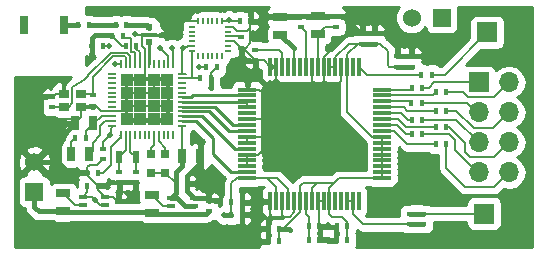
<source format=gtl>
G04 #@! TF.FileFunction,Copper,L1,Top,Signal*
%FSLAX46Y46*%
G04 Gerber Fmt 4.6, Leading zero omitted, Abs format (unit mm)*
G04 Created by KiCad (PCBNEW 4.0.4-stable) date 07/31/17 21:50:18*
%MOMM*%
%LPD*%
G01*
G04 APERTURE LIST*
%ADD10C,0.150000*%
%ADD11R,0.599440X0.398780*%
%ADD12R,0.200000X0.500000*%
%ADD13R,0.200000X0.550000*%
%ADD14R,0.500000X0.200000*%
%ADD15R,0.550000X0.200000*%
%ADD16R,0.398780X0.599440*%
%ADD17R,0.700000X0.300000*%
%ADD18R,0.600000X0.600000*%
%ADD19R,1.700000X1.700000*%
%ADD20R,1.143000X0.635000*%
%ADD21R,1.524000X1.524000*%
%ADD22C,1.524000*%
%ADD23R,1.500000X0.300000*%
%ADD24R,0.300000X1.500000*%
%ADD25R,0.800000X0.800000*%
%ADD26R,0.650000X0.400000*%
%ADD27R,0.635000X1.143000*%
%ADD28R,0.900000X0.800000*%
%ADD29R,0.800000X1.600000*%
%ADD30O,1.700000X1.700000*%
%ADD31R,0.200000X0.800000*%
%ADD32R,0.800000X0.200000*%
%ADD33R,1.112500X1.112500*%
%ADD34R,0.600000X1.100000*%
%ADD35C,0.508000*%
%ADD36C,0.152000*%
%ADD37C,0.457200*%
%ADD38C,0.229000*%
%ADD39C,0.460000*%
%ADD40C,0.152400*%
%ADD41C,0.254000*%
G04 APERTURE END LIST*
D10*
D11*
X274070000Y-139049580D03*
X274070000Y-138150420D03*
D12*
X282140000Y-130350000D03*
D13*
X282540000Y-130350000D03*
X282940000Y-130350000D03*
X283340000Y-130350000D03*
X283740000Y-130350000D03*
D12*
X284140000Y-130350000D03*
D14*
X284640000Y-129850000D03*
D15*
X284640000Y-129450000D03*
X284640000Y-129050000D03*
X284640000Y-128650000D03*
X284640000Y-128250000D03*
D14*
X284640000Y-127850000D03*
D12*
X284140000Y-127350000D03*
D13*
X283740000Y-127350000D03*
X283340000Y-127350000D03*
X282940000Y-127350000D03*
X282540000Y-127350000D03*
D12*
X282140000Y-127350000D03*
D14*
X281640000Y-127850000D03*
D15*
X281640000Y-128250000D03*
X281640000Y-128650000D03*
X281640000Y-129050000D03*
X281640000Y-129450000D03*
D14*
X281640000Y-129850000D03*
D16*
X283199580Y-132210000D03*
X282300420Y-132210000D03*
X283719580Y-131270000D03*
X282820420Y-131270000D03*
X285650420Y-127360000D03*
X286549580Y-127360000D03*
D11*
X285780000Y-128730420D03*
X285780000Y-129629580D03*
D17*
X278326500Y-128500000D03*
D18*
X278000000Y-129112500D03*
X278000000Y-127887500D03*
D17*
X277637500Y-128500000D03*
D16*
X275729580Y-128620000D03*
X274830420Y-128620000D03*
X273150420Y-129450000D03*
X274049580Y-129450000D03*
X302250420Y-134930000D03*
X303149580Y-134930000D03*
X302250420Y-137770000D03*
X303149580Y-137770000D03*
X302240420Y-136300000D03*
X303139580Y-136300000D03*
X302250420Y-133375000D03*
X303149580Y-133375000D03*
D19*
X306600000Y-128300000D03*
D20*
X289100000Y-128512000D03*
X289100000Y-126988000D03*
D21*
X302760000Y-127060000D03*
D22*
X300220000Y-127060000D03*
D11*
X297075000Y-128375420D03*
X297075000Y-129274580D03*
D23*
X297700000Y-140650000D03*
X297700000Y-140150000D03*
X297700000Y-139650000D03*
X297700000Y-139150000D03*
X297700000Y-138650000D03*
X297700000Y-138150000D03*
X297700000Y-137650000D03*
X297700000Y-137150000D03*
X297700000Y-136650000D03*
X297700000Y-136150000D03*
X297700000Y-135650000D03*
X297700000Y-135150000D03*
X297700000Y-134650000D03*
X297700000Y-134150000D03*
X297700000Y-133650000D03*
X297700000Y-133150000D03*
D24*
X295750000Y-131200000D03*
X295250000Y-131200000D03*
X294750000Y-131200000D03*
X294250000Y-131200000D03*
X293750000Y-131200000D03*
X293250000Y-131200000D03*
X292750000Y-131200000D03*
X292250000Y-131200000D03*
X291750000Y-131200000D03*
X291250000Y-131200000D03*
X290750000Y-131200000D03*
X290250000Y-131200000D03*
X289750000Y-131200000D03*
X289250000Y-131200000D03*
X288750000Y-131200000D03*
X288250000Y-131200000D03*
D23*
X286300000Y-133150000D03*
X286300000Y-133650000D03*
X286300000Y-134150000D03*
X286300000Y-134650000D03*
X286300000Y-135150000D03*
X286300000Y-135650000D03*
X286300000Y-136150000D03*
X286300000Y-136650000D03*
X286300000Y-137150000D03*
X286300000Y-137650000D03*
X286300000Y-138150000D03*
X286300000Y-138650000D03*
X286300000Y-139150000D03*
X286300000Y-139650000D03*
X286300000Y-140150000D03*
X286300000Y-140650000D03*
D24*
X288250000Y-142600000D03*
X288750000Y-142600000D03*
X289250000Y-142600000D03*
X289750000Y-142600000D03*
X290250000Y-142600000D03*
X290750000Y-142600000D03*
X291250000Y-142600000D03*
X291750000Y-142600000D03*
X292250000Y-142600000D03*
X292750000Y-142600000D03*
X293250000Y-142600000D03*
X293750000Y-142600000D03*
X294250000Y-142600000D03*
X294750000Y-142600000D03*
X295250000Y-142600000D03*
X295750000Y-142600000D03*
D16*
X288100420Y-144950000D03*
X288999580Y-144950000D03*
D25*
X279350000Y-140200000D03*
X279350000Y-138600000D03*
D16*
X288100420Y-146000000D03*
X288999580Y-146000000D03*
D26*
X274262500Y-143537500D03*
X274262500Y-142237500D03*
X272362500Y-142887500D03*
X274262500Y-142887500D03*
X272362500Y-142237500D03*
X272362500Y-143537500D03*
D11*
X290800000Y-127849580D03*
X290800000Y-126950420D03*
X296025000Y-128375420D03*
X296025000Y-129274580D03*
D16*
X284950420Y-142675000D03*
X285849580Y-142675000D03*
X301025420Y-131875000D03*
X301924580Y-131875000D03*
X285849580Y-143750000D03*
X284950420Y-143750000D03*
X291500420Y-145850000D03*
X292399580Y-145850000D03*
X291500420Y-144725000D03*
X292399580Y-144725000D03*
X294749580Y-145900000D03*
X293850420Y-145900000D03*
D11*
X286975000Y-129775420D03*
X286975000Y-130674580D03*
D16*
X294749580Y-144725000D03*
X293850420Y-144725000D03*
D11*
X293775000Y-126950420D03*
X293775000Y-127849580D03*
X300200000Y-130300420D03*
X300200000Y-131199580D03*
X298975000Y-130300420D03*
X298975000Y-131199580D03*
D20*
X292275000Y-126963000D03*
X292275000Y-128487000D03*
X278225000Y-142038000D03*
X278225000Y-143562000D03*
X270712500Y-141925500D03*
X270712500Y-143449500D03*
D16*
X272762920Y-141287500D03*
X273662080Y-141287500D03*
D11*
X275362500Y-143537080D03*
X275362500Y-142637920D03*
D16*
X280275420Y-141100000D03*
X281174580Y-141100000D03*
D11*
X283025000Y-143449580D03*
X283025000Y-142550420D03*
X300075000Y-144549580D03*
X300075000Y-143650420D03*
X301175000Y-144549580D03*
X301175000Y-143650420D03*
D16*
X300200420Y-133000000D03*
X301099580Y-133000000D03*
X300175420Y-134250000D03*
X301074580Y-134250000D03*
X300200420Y-135690000D03*
X301099580Y-135690000D03*
X300200420Y-136910000D03*
X301099580Y-136910000D03*
D25*
X278150000Y-140200000D03*
X278150000Y-138600000D03*
D21*
X268275000Y-141820000D03*
D22*
X268275000Y-139280000D03*
D27*
X272932000Y-138620000D03*
X271408000Y-138620000D03*
D28*
X270800000Y-133500000D03*
X272200000Y-133500000D03*
X270800000Y-134600000D03*
X272200000Y-134600000D03*
D11*
X275450000Y-140100420D03*
X275450000Y-140999580D03*
D16*
X273649580Y-140200000D03*
X272750420Y-140200000D03*
D11*
X269800000Y-133750420D03*
X269800000Y-134649580D03*
X273200000Y-134549580D03*
X273200000Y-133650420D03*
D16*
X276899580Y-129450000D03*
X276000420Y-129450000D03*
D11*
X276850000Y-140100420D03*
X276850000Y-140999580D03*
D29*
X270745000Y-127673000D03*
X267345000Y-127673000D03*
D16*
X272849580Y-127700000D03*
X271950420Y-127700000D03*
D11*
X274000000Y-127650420D03*
X274000000Y-128549580D03*
D16*
X276049580Y-127700000D03*
X275150420Y-127700000D03*
X271730420Y-137270000D03*
X272629580Y-137270000D03*
D27*
X273262000Y-136000000D03*
X271738000Y-136000000D03*
X280788000Y-138800000D03*
X282312000Y-138800000D03*
D26*
X281775000Y-143650000D03*
X281775000Y-142350000D03*
X279875000Y-143000000D03*
X281775000Y-143000000D03*
X279875000Y-142350000D03*
X279875000Y-143650000D03*
D19*
X306340000Y-143650000D03*
X305880000Y-132540000D03*
D30*
X308420000Y-132540000D03*
X305880000Y-135080000D03*
X308420000Y-135080000D03*
X305880000Y-137620000D03*
X308420000Y-137620000D03*
X305880000Y-140160000D03*
X308420000Y-140160000D03*
D31*
X275600000Y-137000000D03*
X276000000Y-137000000D03*
X276400000Y-137000000D03*
X276800000Y-137000000D03*
X277200000Y-137000000D03*
X277600000Y-137000000D03*
X278000000Y-137000000D03*
X278400000Y-137000000D03*
X278800000Y-137000000D03*
X279200000Y-137000000D03*
X279600000Y-137000000D03*
X280000000Y-137000000D03*
D32*
X280800000Y-136200000D03*
X280800000Y-135800000D03*
X280800000Y-135400000D03*
X280800000Y-135000000D03*
X280800000Y-134600000D03*
X280800000Y-134200000D03*
X280800000Y-133800000D03*
X280800000Y-133400000D03*
X280800000Y-133000000D03*
X280800000Y-132600000D03*
X280800000Y-132200000D03*
X280800000Y-131800000D03*
D31*
X280000000Y-131000000D03*
X279600000Y-131000000D03*
X279200000Y-131000000D03*
X278800000Y-131000000D03*
X278400000Y-131000000D03*
X278000000Y-131000000D03*
X277600000Y-131000000D03*
X277200000Y-131000000D03*
X276800000Y-131000000D03*
X276400000Y-131000000D03*
X276000000Y-131000000D03*
X275600000Y-131000000D03*
D32*
X274800000Y-131800000D03*
X274800000Y-132200000D03*
X274800000Y-132600000D03*
X274800000Y-133000000D03*
X274800000Y-133400000D03*
X274800000Y-133800000D03*
X274800000Y-134200000D03*
X274800000Y-134600000D03*
X274800000Y-135000000D03*
X274800000Y-135400000D03*
X274800000Y-135800000D03*
X274800000Y-136200000D03*
D33*
X279468750Y-132331250D03*
X278356250Y-132331250D03*
X277243750Y-132331250D03*
X276131250Y-132331250D03*
X279468750Y-133443750D03*
X278356250Y-133443750D03*
X277243750Y-133443750D03*
X276131250Y-133443750D03*
X279468750Y-134556250D03*
X278356250Y-134556250D03*
X277243750Y-134556250D03*
X276131250Y-134556250D03*
X279468750Y-135668750D03*
X278356250Y-135668750D03*
X277243750Y-135668750D03*
X276131250Y-135668750D03*
D34*
X276850000Y-138850000D03*
X275450000Y-138850000D03*
D35*
X279910000Y-129650000D03*
X278940000Y-129640000D03*
X292700000Y-134100000D03*
X279110000Y-128530000D03*
X268986000Y-135610000D03*
X276820000Y-128420000D03*
X276850000Y-141650000D03*
X273150000Y-130150000D03*
X282300000Y-137700000D03*
X283200000Y-141800000D03*
X287750000Y-138800000D03*
X293100000Y-144650000D03*
X285950000Y-141650000D03*
X284730000Y-127260000D03*
X283220000Y-133060000D03*
X274640000Y-137010000D03*
X275120000Y-130980000D03*
X274580000Y-129450000D03*
X280750000Y-142725000D03*
X284325000Y-143775000D03*
X273412500Y-142487500D03*
X289900000Y-145050000D03*
X280850000Y-129600000D03*
X282230000Y-131270000D03*
D36*
X274100000Y-140200000D02*
X273649580Y-140200000D01*
X274730000Y-139570000D02*
X274100000Y-140200000D01*
X274730000Y-138010000D02*
X274730000Y-139570000D01*
X275600000Y-137140000D02*
X274730000Y-138010000D01*
X275600000Y-137000000D02*
X275600000Y-137140000D01*
X275600000Y-137000000D02*
X275550000Y-137000000D01*
X276899580Y-129450000D02*
X276899580Y-129699580D01*
X276899580Y-129699580D02*
X277200000Y-130000000D01*
X277200000Y-130000000D02*
X277200000Y-131000000D01*
D37*
X276049580Y-127700000D02*
X277800000Y-127700000D01*
X277800000Y-127700000D02*
X278000000Y-127900000D01*
D38*
X280800000Y-135000000D02*
X283060000Y-135000000D01*
X284710000Y-136650000D02*
X286300000Y-136650000D01*
X283060000Y-135000000D02*
X284710000Y-136650000D01*
X280800000Y-134600000D02*
X283550000Y-134600000D01*
X285100000Y-136150000D02*
X286300000Y-136150000D01*
X283550000Y-134600000D02*
X285100000Y-136150000D01*
D36*
X286200000Y-136250000D02*
X286300000Y-136150000D01*
X280000000Y-131000000D02*
X280000000Y-129740000D01*
X280000000Y-129740000D02*
X279910000Y-129650000D01*
X280000000Y-131000000D02*
X280000000Y-130730000D01*
X279600000Y-131000000D02*
X279600000Y-130350000D01*
X279600000Y-130350000D02*
X278940000Y-129640000D01*
D38*
X286300000Y-140150000D02*
X284940000Y-140150000D01*
X281940000Y-135800000D02*
X280800000Y-135800000D01*
X283360000Y-137220000D02*
X281940000Y-135800000D01*
X283360000Y-138570000D02*
X283360000Y-137220000D01*
X284940000Y-140150000D02*
X283360000Y-138570000D01*
D39*
X271950420Y-127700000D02*
X270772000Y-127700000D01*
X270772000Y-127700000D02*
X270745000Y-127673000D01*
D36*
X271408000Y-138620000D02*
X271408000Y-137592420D01*
X271408000Y-137592420D02*
X271730420Y-137270000D01*
X286975000Y-130674580D02*
X287724580Y-130674580D01*
X287724580Y-130674580D02*
X288250000Y-131200000D01*
X285930000Y-129629580D02*
X286975000Y-130674580D01*
X272750420Y-140200000D02*
X272750420Y-139709580D01*
X273609580Y-139510000D02*
X274070000Y-139049580D01*
X272950000Y-139510000D02*
X273609580Y-139510000D01*
X272750420Y-139709580D02*
X272950000Y-139510000D01*
D37*
X292400000Y-132750000D02*
X292400000Y-133800000D01*
X292400000Y-133800000D02*
X292700000Y-134100000D01*
D36*
X282140000Y-127350000D02*
X280830000Y-127350000D01*
X280830000Y-127350000D02*
X280670000Y-127190000D01*
X285780000Y-129629580D02*
X286150420Y-129629580D01*
X286549580Y-129230420D02*
X286549580Y-127930420D01*
X286150420Y-129629580D02*
X286549580Y-129230420D01*
X285780000Y-129629580D02*
X285930000Y-129629580D01*
X284640000Y-129050000D02*
X285200420Y-129050000D01*
X285200420Y-129050000D02*
X285780000Y-129629580D01*
X284640000Y-127850000D02*
X285050000Y-127850000D01*
X286290000Y-128190000D02*
X286549580Y-127930420D01*
X285390000Y-128190000D02*
X286290000Y-128190000D01*
X285050000Y-127850000D02*
X285390000Y-128190000D01*
X286549580Y-127930420D02*
X286549580Y-127360000D01*
D38*
X278326500Y-128500000D02*
X279080000Y-128500000D01*
X279080000Y-128500000D02*
X279110000Y-128530000D01*
D36*
X276000420Y-129450000D02*
X275660420Y-129450000D01*
X275660420Y-129450000D02*
X274830420Y-128620000D01*
D37*
X274000000Y-128549580D02*
X274760000Y-128549580D01*
X274760000Y-128549580D02*
X274830420Y-128620000D01*
D36*
X277637500Y-128500000D02*
X276900000Y-128500000D01*
X276900000Y-128500000D02*
X276820000Y-128420000D01*
X277637500Y-128500000D02*
X278326500Y-128500000D01*
X275362500Y-142637920D02*
X275862080Y-142637920D01*
D37*
X276850000Y-141650000D02*
X276850000Y-140999580D01*
D38*
X275862080Y-142637920D02*
X276850000Y-141650000D01*
D36*
X272750420Y-140200000D02*
X272750420Y-140375840D01*
X272750420Y-140375840D02*
X273662080Y-141287500D01*
X273150420Y-129450000D02*
X273150420Y-130149580D01*
X273150420Y-130149580D02*
X273150000Y-130150000D01*
D37*
X273150420Y-129450000D02*
X273150420Y-128799580D01*
X273150420Y-128799580D02*
X273400420Y-128549580D01*
X273400420Y-128549580D02*
X274000000Y-128549580D01*
X270230000Y-139280000D02*
X270230000Y-137508000D01*
X270230000Y-137508000D02*
X271738000Y-136000000D01*
X268275000Y-139280000D02*
X270230000Y-139280000D01*
X271150000Y-140200000D02*
X272750420Y-140200000D01*
X270230000Y-139280000D02*
X271150000Y-140200000D01*
D36*
X273200000Y-134549580D02*
X273449580Y-134549580D01*
X273449580Y-134549580D02*
X273900000Y-135000000D01*
X273900000Y-135000000D02*
X274800000Y-135000000D01*
X277600000Y-131000000D02*
X277600000Y-129700000D01*
X277350000Y-129450000D02*
X277350000Y-128500000D01*
X277600000Y-129700000D02*
X277350000Y-129450000D01*
X278356250Y-132331250D02*
X278356250Y-133443750D01*
X277243750Y-135668750D02*
X276131250Y-135668750D01*
X278356250Y-135668750D02*
X277243750Y-135668750D01*
X279468750Y-135668750D02*
X278356250Y-135668750D01*
X279468750Y-134556250D02*
X279468750Y-135668750D01*
X278356250Y-134556250D02*
X279468750Y-134556250D01*
X277243750Y-134556250D02*
X278356250Y-134556250D01*
X276131250Y-134556250D02*
X277243750Y-134556250D01*
X276131250Y-133443750D02*
X276131250Y-134556250D01*
X277243750Y-133443750D02*
X276131250Y-133443750D01*
X278356250Y-133443750D02*
X277243750Y-133443750D01*
X279468750Y-132331250D02*
X279468750Y-133443750D01*
X278356250Y-132331250D02*
X279468750Y-132331250D01*
X277243750Y-132331250D02*
X278356250Y-132331250D01*
X276131250Y-132331250D02*
X277243750Y-132331250D01*
X274800000Y-135000000D02*
X275687500Y-135000000D01*
X275687500Y-135000000D02*
X276131250Y-134556250D01*
X277600000Y-131000000D02*
X277600000Y-131975000D01*
X277600000Y-131975000D02*
X277243750Y-132331250D01*
D37*
X275450000Y-140999580D02*
X276850000Y-140999580D01*
X282312000Y-138800000D02*
X282312000Y-139338000D01*
X282312000Y-139338000D02*
X281174580Y-140475420D01*
X281174580Y-140475420D02*
X281174580Y-141100000D01*
D36*
X270800000Y-133500000D02*
X270050420Y-133500000D01*
X270050420Y-133500000D02*
X269800000Y-133750420D01*
X273200000Y-134549580D02*
X272250420Y-134549580D01*
X272250420Y-134549580D02*
X272200000Y-134600000D01*
D37*
X282312000Y-138800000D02*
X282312000Y-137712000D01*
X282312000Y-137712000D02*
X282300000Y-137700000D01*
X283025000Y-141975000D02*
X283025000Y-142550420D01*
X283200000Y-141800000D02*
X283025000Y-141975000D01*
D36*
X287500000Y-138325000D02*
X287500000Y-138550000D01*
X287500000Y-138550000D02*
X287750000Y-138800000D01*
X293100000Y-144650000D02*
X293100000Y-144725000D01*
D37*
X293775000Y-126950420D02*
X294375420Y-126950420D01*
X294375420Y-126950420D02*
X295800420Y-128375420D01*
D36*
X292399580Y-144725000D02*
X293100000Y-144725000D01*
X293100000Y-144725000D02*
X293850420Y-144725000D01*
X292399580Y-144725000D02*
X292399580Y-142749580D01*
X292399580Y-142749580D02*
X292250000Y-142600000D01*
X288250000Y-142600000D02*
X285924580Y-142600000D01*
X285924580Y-142600000D02*
X285849580Y-142675000D01*
X285849580Y-141750420D02*
X285849580Y-142675000D01*
X285950000Y-141650000D02*
X285849580Y-141750420D01*
X285849580Y-143750000D02*
X285849580Y-142675000D01*
X289275000Y-143900000D02*
X288425000Y-143900000D01*
X288425000Y-143900000D02*
X288250000Y-143725000D01*
X288250000Y-142600000D02*
X288250000Y-143725000D01*
X288250000Y-143725000D02*
X288250000Y-144800420D01*
X288250000Y-144800420D02*
X288100420Y-144950000D01*
X292449580Y-145900000D02*
X292399580Y-145850000D01*
X292750000Y-131200000D02*
X292750000Y-130375000D01*
X294749580Y-128375420D02*
X296025000Y-128375420D01*
X292750000Y-130375000D02*
X294749580Y-128375420D01*
X288712500Y-132237500D02*
X289225000Y-132750000D01*
X289225000Y-132750000D02*
X291700000Y-132750000D01*
D37*
X297075000Y-128375420D02*
X297875420Y-128375420D01*
X298975000Y-129475000D02*
X298975000Y-130300420D01*
X297875420Y-128375420D02*
X298975000Y-129475000D01*
X298975000Y-130300420D02*
X300200000Y-130300420D01*
X297075000Y-128375420D02*
X296025000Y-128375420D01*
X295800420Y-128375420D02*
X296025000Y-128375420D01*
X293775000Y-126950420D02*
X292287580Y-126950420D01*
X292287580Y-126950420D02*
X292275000Y-126963000D01*
X290800000Y-126950420D02*
X292262420Y-126950420D01*
X292262420Y-126950420D02*
X292275000Y-126963000D01*
D36*
X292400000Y-132750000D02*
X293925000Y-132750000D01*
X294250000Y-132425000D02*
X294250000Y-131200000D01*
X293925000Y-132750000D02*
X294250000Y-132425000D01*
X290250000Y-142600000D02*
X290250000Y-143550000D01*
X289900000Y-143900000D02*
X289275000Y-143900000D01*
X289275000Y-143900000D02*
X289250000Y-143900000D01*
X290250000Y-143550000D02*
X289900000Y-143900000D01*
X289250000Y-143900000D02*
X289250000Y-142600000D01*
X288100420Y-146000000D02*
X288100420Y-144950000D01*
X287500000Y-137125000D02*
X287500000Y-138325000D01*
X287500000Y-138325000D02*
X287500000Y-138375000D01*
X287225000Y-138650000D02*
X286300000Y-138650000D01*
X287500000Y-138375000D02*
X287225000Y-138650000D01*
X286300000Y-137650000D02*
X286300000Y-137150000D01*
X286300000Y-138650000D02*
X286300000Y-139150000D01*
X286300000Y-139150000D02*
X286300000Y-139650000D01*
X292399580Y-145850000D02*
X292399580Y-144725000D01*
X293850420Y-144725000D02*
X293850420Y-145900000D01*
X288750000Y-131200000D02*
X288250000Y-131200000D01*
X274262500Y-142237500D02*
X274962080Y-142237500D01*
X274962080Y-142237500D02*
X275362500Y-142637920D01*
D37*
X281775000Y-142350000D02*
X282824580Y-142350000D01*
X282824580Y-142350000D02*
X283025000Y-142550420D01*
X289100000Y-126988000D02*
X290762420Y-126988000D01*
D36*
X290762420Y-126988000D02*
X290800000Y-126950420D01*
X289112420Y-127000420D02*
X289100000Y-126988000D01*
X273662080Y-141287500D02*
X273662080Y-141637080D01*
X273662080Y-141637080D02*
X274262500Y-142237500D01*
X292750000Y-132400000D02*
X292750000Y-131200000D01*
X291700000Y-132750000D02*
X292400000Y-132750000D01*
X292400000Y-132750000D02*
X292750000Y-132400000D01*
X291750000Y-132700000D02*
X291750000Y-131200000D01*
X291700000Y-132750000D02*
X291750000Y-132700000D01*
X288250000Y-131200000D02*
X288250000Y-131800000D01*
X288250000Y-131200000D02*
X288250000Y-130900000D01*
X288250000Y-131200000D02*
X288250000Y-131000000D01*
X292750000Y-142600000D02*
X292250000Y-142600000D01*
X287500000Y-137150000D02*
X287500000Y-137125000D01*
X287500000Y-137125000D02*
X287500000Y-137100000D01*
X287500000Y-137100000D02*
X287500000Y-135450000D01*
X287500000Y-133350000D02*
X287500000Y-135450000D01*
X287500000Y-135450000D02*
X287500000Y-135550000D01*
X287400000Y-133250000D02*
X287500000Y-133350000D01*
X287400000Y-133250000D02*
X287700000Y-133250000D01*
X287500000Y-135550000D02*
X287400000Y-135650000D01*
X287700000Y-133250000D02*
X288712500Y-132237500D01*
X288712500Y-132237500D02*
X288750000Y-132200000D01*
X287300000Y-133150000D02*
X287400000Y-133250000D01*
X286300000Y-133150000D02*
X287300000Y-133150000D01*
X286300000Y-137150000D02*
X287500000Y-137150000D01*
X288750000Y-132200000D02*
X288750000Y-131200000D01*
X287400000Y-135650000D02*
X286300000Y-135650000D01*
D37*
X281174580Y-141100000D02*
X281174580Y-141749580D01*
D36*
X269800000Y-133750420D02*
X269093580Y-133750420D01*
X269093580Y-133750420D02*
X268986000Y-133858000D01*
X268986000Y-133858000D02*
X268986000Y-135610000D01*
X268986000Y-135610000D02*
X268986000Y-135636000D01*
X268986000Y-135636000D02*
X272034000Y-135636000D01*
X272034000Y-135636000D02*
X272200000Y-135470000D01*
X275417500Y-142582920D02*
X275362500Y-142637920D01*
X275362500Y-142637920D02*
X275392080Y-142637920D01*
D37*
X281174580Y-141749580D02*
X281775000Y-142350000D01*
D36*
X275362500Y-142637920D02*
X275362500Y-142637500D01*
X272200000Y-135470000D02*
X272200000Y-134650000D01*
D40*
X272300420Y-134549580D02*
X272200000Y-134650000D01*
D36*
X274070000Y-138150420D02*
X274070000Y-137580000D01*
X274070000Y-137580000D02*
X274640000Y-137010000D01*
X285650420Y-127360000D02*
X284830000Y-127360000D01*
X284830000Y-127360000D02*
X284730000Y-127260000D01*
X284140000Y-127350000D02*
X284640000Y-127350000D01*
X284640000Y-127350000D02*
X284730000Y-127260000D01*
X283199580Y-132210000D02*
X283199580Y-131790000D01*
X283199580Y-131790000D02*
X283719580Y-131270000D01*
X285640420Y-127350000D02*
X285650420Y-127360000D01*
D37*
X283199580Y-133039580D02*
X283199580Y-132210000D01*
X283220000Y-133060000D02*
X283199580Y-133039580D01*
D36*
X274660000Y-136990000D02*
X274800000Y-136200000D01*
X274640000Y-137010000D02*
X274660000Y-136990000D01*
X274049580Y-129450000D02*
X274580000Y-129450000D01*
X275140000Y-131000000D02*
X275600000Y-131000000D01*
X275120000Y-130980000D02*
X275140000Y-131000000D01*
X280275420Y-141100000D02*
X280250000Y-141100000D01*
X280250000Y-141100000D02*
X279350000Y-140200000D01*
X278150000Y-140200000D02*
X279350000Y-140200000D01*
D37*
X280275420Y-141100000D02*
X280275420Y-140124580D01*
X280788000Y-139612000D02*
X280788000Y-138800000D01*
X280275420Y-140124580D02*
X280788000Y-139612000D01*
D36*
X280800000Y-136200000D02*
X280800000Y-138788000D01*
X280800000Y-138788000D02*
X280788000Y-138800000D01*
D37*
X284950420Y-143750000D02*
X284350000Y-143750000D01*
X284325000Y-143775000D02*
X284350000Y-143750000D01*
D36*
X284950420Y-143750000D02*
X284950420Y-142675000D01*
X284950420Y-142675000D02*
X284950420Y-141099580D01*
X285400000Y-140650000D02*
X286300000Y-140650000D01*
X284950420Y-141099580D02*
X285400000Y-140650000D01*
X288000000Y-140650000D02*
X288850000Y-140650000D01*
X289750000Y-141550000D02*
X289750000Y-142600000D01*
X288850000Y-140650000D02*
X289750000Y-141550000D01*
X286300000Y-140650000D02*
X288000000Y-140650000D01*
X288750000Y-141400000D02*
X288750000Y-142600000D01*
X288000000Y-140650000D02*
X288750000Y-141400000D01*
D37*
X280275420Y-141100000D02*
X280275420Y-141949580D01*
X280275420Y-141949580D02*
X279875000Y-142350000D01*
X281775000Y-143000000D02*
X281025000Y-143000000D01*
X281025000Y-143000000D02*
X280750000Y-142725000D01*
D36*
X280750000Y-142725000D02*
X280800000Y-142775000D01*
D37*
X280800000Y-142775000D02*
X280375000Y-142350000D01*
X280375000Y-142350000D02*
X279875000Y-142350000D01*
X288999580Y-144950000D02*
X289800000Y-144950000D01*
X289900000Y-145050000D02*
X289800000Y-144950000D01*
D36*
X296025000Y-129274580D02*
X295650420Y-129274580D01*
X294750000Y-130175000D02*
X294750000Y-131200000D01*
X295650420Y-129274580D02*
X294750000Y-130175000D01*
X293250000Y-142600000D02*
X293250000Y-143700000D01*
X294749580Y-144349580D02*
X294749580Y-144725000D01*
X294350000Y-143950000D02*
X294749580Y-144349580D01*
X293500000Y-143950000D02*
X294350000Y-143950000D01*
X293250000Y-143700000D02*
X293500000Y-143950000D01*
X290750000Y-142600000D02*
X290750000Y-143550000D01*
X289350000Y-144950000D02*
X288999580Y-144950000D01*
X290750000Y-143550000D02*
X289350000Y-144950000D01*
X297075000Y-129274580D02*
X297549580Y-129274580D01*
X298274580Y-131199580D02*
X298975000Y-131199580D01*
X298175000Y-131100000D02*
X298274580Y-131199580D01*
X298175000Y-129900000D02*
X298175000Y-131100000D01*
X297549580Y-129274580D02*
X298175000Y-129900000D01*
X293750000Y-131200000D02*
X293750000Y-130400000D01*
X294875420Y-129274580D02*
X296025000Y-129274580D01*
X293750000Y-130400000D02*
X294875420Y-129274580D01*
D37*
X297075000Y-129274580D02*
X296025000Y-129274580D01*
X300200000Y-131199580D02*
X298975000Y-131199580D01*
D36*
X288999580Y-144950000D02*
X288999580Y-146000000D01*
X292300000Y-141050000D02*
X291050000Y-141050000D01*
X290750000Y-141350000D02*
X290750000Y-142600000D01*
X291050000Y-141050000D02*
X290750000Y-141350000D01*
X291750000Y-142600000D02*
X291750000Y-141475000D01*
X292175000Y-141050000D02*
X292300000Y-141050000D01*
X292300000Y-141050000D02*
X293675000Y-141050000D01*
X291750000Y-141475000D02*
X292175000Y-141050000D01*
X293250000Y-142600000D02*
X293250000Y-141475000D01*
X294075000Y-140650000D02*
X297700000Y-140650000D01*
X293250000Y-141475000D02*
X293675000Y-141050000D01*
X293675000Y-141050000D02*
X294075000Y-140650000D01*
X294749580Y-145900000D02*
X294749580Y-144725000D01*
X294750000Y-131200000D02*
X294750000Y-132450000D01*
X294750000Y-132450000D02*
X294750000Y-135075000D01*
X296825000Y-137150000D02*
X297700000Y-137150000D01*
X294750000Y-135075000D02*
X296825000Y-137150000D01*
X297700000Y-139150000D02*
X297700000Y-139650000D01*
X297700000Y-140150000D02*
X297700000Y-140650000D01*
X297700000Y-137150000D02*
X297700000Y-137650000D01*
X272762920Y-141287500D02*
X272762920Y-141837080D01*
X272762920Y-141837080D02*
X272362500Y-142237500D01*
X274262500Y-142887500D02*
X273812500Y-142887500D01*
X273812500Y-142887500D02*
X273412500Y-142487500D01*
X273162500Y-142237500D02*
X272362500Y-142237500D01*
X273412500Y-142487500D02*
X273162500Y-142237500D01*
X293299580Y-142649580D02*
X293250000Y-142600000D01*
X297700000Y-138650000D02*
X297700000Y-139150000D01*
X297700000Y-139650000D02*
X297700000Y-140150000D01*
X297700000Y-138150000D02*
X297700000Y-138650000D01*
X297700000Y-137650000D02*
X297700000Y-138150000D01*
X290749580Y-142600420D02*
X290750000Y-142600000D01*
X290749580Y-142600420D02*
X290750000Y-142600000D01*
X293250000Y-131200000D02*
X293750000Y-131200000D01*
X302240420Y-136300000D02*
X299700000Y-136300000D01*
X299050000Y-135650000D02*
X297700000Y-135650000D01*
X299700000Y-136300000D02*
X299050000Y-135650000D01*
X297650000Y-135600000D02*
X297700000Y-135650000D01*
X297700000Y-135150000D02*
X299320000Y-135150000D01*
X299860000Y-135690000D02*
X300200420Y-135690000D01*
X299320000Y-135150000D02*
X299860000Y-135690000D01*
X297700000Y-134150000D02*
X300075420Y-134150000D01*
X300075420Y-134150000D02*
X300175420Y-134250000D01*
X297700000Y-133150000D02*
X300050420Y-133150000D01*
X300050420Y-133150000D02*
X300200420Y-133000000D01*
X300050420Y-133150000D02*
X300200420Y-133000000D01*
X301025420Y-131875000D02*
X296425000Y-131875000D01*
X296425000Y-131875000D02*
X295750000Y-131200000D01*
D38*
X286300000Y-133650000D02*
X281710000Y-133650000D01*
X281560000Y-133800000D02*
X280800000Y-133800000D01*
X281710000Y-133650000D02*
X281560000Y-133800000D01*
D36*
X286250000Y-133600000D02*
X286300000Y-133650000D01*
D38*
X280800000Y-135400000D02*
X282460000Y-135400000D01*
X285210000Y-138150000D02*
X286300000Y-138150000D01*
X282460000Y-135400000D02*
X285210000Y-138150000D01*
D36*
X306340000Y-143650000D02*
X301175420Y-143650000D01*
X301175420Y-143650000D02*
X301175000Y-143650420D01*
D37*
X301175000Y-143650420D02*
X300075000Y-143650420D01*
D36*
X301099580Y-135690000D02*
X303990000Y-135690000D01*
X303990000Y-135690000D02*
X305880000Y-137580000D01*
X305880000Y-137580000D02*
X305880000Y-137620000D01*
X301074580Y-134250000D02*
X304900000Y-134250000D01*
X304900000Y-134250000D02*
X305730000Y-135080000D01*
X305730000Y-135080000D02*
X305880000Y-135080000D01*
X301099580Y-133000000D02*
X301650000Y-133000000D01*
X302110000Y-132540000D02*
X305880000Y-132540000D01*
X301650000Y-133000000D02*
X302110000Y-132540000D01*
X305150000Y-132720000D02*
X305330000Y-132540000D01*
D37*
X268275000Y-141820000D02*
X268275000Y-143100000D01*
X268624500Y-143449500D02*
X270712500Y-143449500D01*
X268275000Y-143100000D02*
X268624500Y-143449500D01*
X275362500Y-143537080D02*
X278200080Y-143537080D01*
X278200080Y-143537080D02*
X278225000Y-143562000D01*
X272362500Y-143537500D02*
X270800500Y-143537500D01*
X270800500Y-143537500D02*
X270712500Y-143449500D01*
X281775000Y-143650000D02*
X282824580Y-143650000D01*
X282824580Y-143650000D02*
X283025000Y-143449580D01*
X278225000Y-143600000D02*
X278225000Y-143562000D01*
X270712500Y-143449500D02*
X270712500Y-143512500D01*
D36*
X278137420Y-143649580D02*
X278225000Y-143562000D01*
X274262920Y-143537080D02*
X274262500Y-143537500D01*
D37*
X275362500Y-143537080D02*
X274262920Y-143537080D01*
D36*
X272274500Y-143449500D02*
X272362500Y-143537500D01*
D37*
X274262500Y-143537500D02*
X272362500Y-143537500D01*
D36*
X274362920Y-143437080D02*
X274262500Y-143537500D01*
D37*
X279875000Y-143650000D02*
X278313000Y-143650000D01*
D36*
X278313000Y-143650000D02*
X278225000Y-143562000D01*
D37*
X279875000Y-143650000D02*
X281775000Y-143650000D01*
D36*
X300075000Y-144549580D02*
X296089580Y-144549580D01*
X295250000Y-143710000D02*
X295250000Y-142600000D01*
X296089580Y-144549580D02*
X295250000Y-143710000D01*
X294750000Y-142600000D02*
X295250000Y-142600000D01*
X294750420Y-142600420D02*
X294750000Y-142600000D01*
X299975000Y-144649580D02*
X300075000Y-144549580D01*
D37*
X300075000Y-144549580D02*
X301175000Y-144549580D01*
D39*
X274000000Y-127699580D02*
X272850000Y-127699580D01*
X272850000Y-127699580D02*
X272849580Y-127700000D01*
X275150420Y-127700000D02*
X274000420Y-127700000D01*
X274000420Y-127700000D02*
X274000000Y-127699580D01*
D36*
X279875000Y-143000000D02*
X279187000Y-143000000D01*
X279187000Y-143000000D02*
X278225000Y-142038000D01*
X272362500Y-142887500D02*
X271674500Y-142887500D01*
X271674500Y-142887500D02*
X270712500Y-141925500D01*
X302250420Y-134930000D02*
X299820000Y-134930000D01*
X299540000Y-134650000D02*
X297700000Y-134650000D01*
X299820000Y-134930000D02*
X299540000Y-134650000D01*
X297700000Y-133650000D02*
X301975000Y-133650000D01*
X301975000Y-133650000D02*
X302250000Y-133375000D01*
X302250000Y-133375000D02*
X302250420Y-133375000D01*
X302250420Y-137770000D02*
X299840000Y-137770000D01*
X298720000Y-136650000D02*
X297700000Y-136650000D01*
X299840000Y-137770000D02*
X298720000Y-136650000D01*
X297700000Y-136150000D02*
X298950000Y-136150000D01*
X299710000Y-136910000D02*
X300200420Y-136910000D01*
X298950000Y-136150000D02*
X299710000Y-136910000D01*
X301924580Y-131875000D02*
X303025000Y-131875000D01*
X303025000Y-131875000D02*
X306600000Y-128300000D01*
X305880000Y-140160000D02*
X305760000Y-140160000D01*
X305760000Y-140160000D02*
X303850000Y-138250000D01*
X303850000Y-138250000D02*
X303850000Y-137400000D01*
X303850000Y-137400000D02*
X303360000Y-136910000D01*
X303360000Y-136910000D02*
X301099580Y-136910000D01*
X292250000Y-131200000D02*
X292250000Y-128512000D01*
X293775000Y-127849580D02*
X292912420Y-127849580D01*
X292912420Y-127849580D02*
X292275000Y-128487000D01*
X292250000Y-128512000D02*
X292275000Y-128487000D01*
X291250000Y-131200000D02*
X291250000Y-128299580D01*
X291250000Y-128299580D02*
X290800000Y-127849580D01*
X290250000Y-131200000D02*
X290250000Y-129662000D01*
D37*
X290250000Y-129662000D02*
X289100000Y-128512000D01*
D36*
X290200000Y-131150000D02*
X290250000Y-131200000D01*
X291500420Y-144725000D02*
X291500420Y-143950420D01*
X291250000Y-143700000D02*
X291250000Y-142600000D01*
X291500420Y-143950420D02*
X291250000Y-143700000D01*
X291625000Y-144600420D02*
X291500420Y-144725000D01*
X291500420Y-145850000D02*
X291500420Y-144725000D01*
X286975000Y-129775420D02*
X289000420Y-129775420D01*
X289000420Y-129775420D02*
X289250000Y-130025000D01*
X289250000Y-130025000D02*
X289250000Y-131200000D01*
X278150000Y-138600000D02*
X278150000Y-138060000D01*
X278400000Y-137810000D02*
X278400000Y-137000000D01*
X278150000Y-138060000D02*
X278400000Y-137810000D01*
X279350000Y-138600000D02*
X279350000Y-138060000D01*
X278800000Y-137510000D02*
X278800000Y-137000000D01*
X279350000Y-138060000D02*
X278800000Y-137510000D01*
D38*
X280800000Y-134200000D02*
X286250000Y-134200000D01*
X286250000Y-134200000D02*
X286300000Y-134150000D01*
D36*
X286250000Y-134200000D02*
X286300000Y-134150000D01*
X286300000Y-134150000D02*
X286300000Y-134650000D01*
X303149580Y-133375000D02*
X304575000Y-133375000D01*
X307160000Y-133800000D02*
X308420000Y-132540000D01*
X305000000Y-133800000D02*
X307160000Y-133800000D01*
X304575000Y-133375000D02*
X305000000Y-133800000D01*
X303149580Y-134930000D02*
X303980000Y-134930000D01*
X307100000Y-136400000D02*
X308420000Y-135080000D01*
X305450000Y-136400000D02*
X307100000Y-136400000D01*
X303980000Y-134930000D02*
X305450000Y-136400000D01*
X303139580Y-136300000D02*
X303350000Y-136300000D01*
X307190000Y-138850000D02*
X308420000Y-137620000D01*
X305150000Y-138850000D02*
X307190000Y-138850000D01*
X304700000Y-138400000D02*
X305150000Y-138850000D01*
X304700000Y-137650000D02*
X304700000Y-138400000D01*
X303350000Y-136300000D02*
X304700000Y-137650000D01*
X303139580Y-136300000D02*
X303310000Y-136300000D01*
X303149580Y-137770000D02*
X303149580Y-139799580D01*
X307180000Y-141400000D02*
X308420000Y-140160000D01*
X304750000Y-141400000D02*
X307180000Y-141400000D01*
X303149580Y-139799580D02*
X304750000Y-141400000D01*
X272629580Y-137270000D02*
X272629580Y-136632420D01*
X272629580Y-136632420D02*
X273262000Y-136000000D01*
X273262000Y-136000000D02*
X273350000Y-136000000D01*
X273350000Y-136000000D02*
X273950000Y-135400000D01*
X273950000Y-135400000D02*
X274800000Y-135400000D01*
X275000000Y-130040000D02*
X274720163Y-130049375D01*
X274720163Y-130049375D02*
X272760000Y-132040000D01*
X272760000Y-132040000D02*
X272770000Y-132030000D01*
X272770000Y-132030000D02*
X272455505Y-132345429D01*
X272455505Y-132345429D02*
X271600000Y-132830000D01*
X271600000Y-132830000D02*
X271490000Y-132940000D01*
X271490000Y-132940000D02*
X271490000Y-134310000D01*
X271490000Y-134310000D02*
X271200000Y-134600000D01*
X276400000Y-131000000D02*
X276400000Y-130330490D01*
X275395598Y-130045598D02*
X275000000Y-130040000D01*
X276115108Y-130045598D02*
X275395598Y-130045598D01*
X276400000Y-130330490D02*
X276115108Y-130045598D01*
X271200000Y-134600000D02*
X270800000Y-134600000D01*
X269800000Y-134649580D02*
X270750420Y-134649580D01*
X270800000Y-134600000D02*
X270950000Y-134600000D01*
X270750420Y-134649580D02*
X270800000Y-134600000D01*
D40*
X271050000Y-134650000D02*
X270800000Y-134650000D01*
X270799580Y-134649580D02*
X270800000Y-134650000D01*
D36*
X276000000Y-131000000D02*
X276000000Y-130450000D01*
X276000000Y-130450000D02*
X275900000Y-130350000D01*
X275900000Y-130350000D02*
X274900000Y-130350000D01*
X274900000Y-130350000D02*
X273200000Y-132050000D01*
X273200000Y-132050000D02*
X273200000Y-133650420D01*
X272200000Y-133500000D02*
X273049580Y-133500000D01*
X273049580Y-133500000D02*
X273200000Y-133650420D01*
X275450000Y-140100420D02*
X275450000Y-138850000D01*
X275450000Y-138850000D02*
X276000000Y-138300000D01*
X276000000Y-138300000D02*
X276000000Y-137000000D01*
X276850000Y-140100420D02*
X276850000Y-138850000D01*
X276400000Y-137000000D02*
X276400000Y-138400000D01*
X276400000Y-138400000D02*
X276850000Y-138850000D01*
X274800000Y-135800000D02*
X274240000Y-135800000D01*
X273200000Y-137640000D02*
X273200000Y-138352000D01*
X273840000Y-137000000D02*
X273200000Y-137640000D01*
X273840000Y-136200000D02*
X273840000Y-137000000D01*
X274240000Y-135800000D02*
X273840000Y-136200000D01*
X273200000Y-138352000D02*
X272932000Y-138620000D01*
D38*
X278000000Y-129100000D02*
X278000000Y-131000000D01*
D36*
X275909580Y-128800000D02*
X276450000Y-128800000D01*
X276800000Y-130050000D02*
X276750000Y-130000000D01*
X276750000Y-130000000D02*
X276500000Y-130000000D01*
X276500000Y-130000000D02*
X276450000Y-129950000D01*
X276450000Y-129950000D02*
X276450000Y-128800000D01*
X276800000Y-130050000D02*
X276800000Y-131000000D01*
X275909580Y-128800000D02*
X275729580Y-128620000D01*
X284640000Y-128650000D02*
X285699580Y-128650000D01*
X285699580Y-128650000D02*
X285780000Y-128730420D01*
X281540000Y-132200000D02*
X282290420Y-132200000D01*
X282290420Y-132200000D02*
X282300420Y-132210000D01*
X281640000Y-129850000D02*
X281640000Y-132170000D01*
X281610000Y-132200000D02*
X281540000Y-132200000D01*
X281540000Y-132200000D02*
X280800000Y-132200000D01*
X281640000Y-132170000D02*
X281610000Y-132200000D01*
X282820420Y-131270000D02*
X282230000Y-131270000D01*
X280900000Y-129550000D02*
X281640000Y-129450000D01*
X280850000Y-129600000D02*
X280900000Y-129550000D01*
X281640000Y-129450000D02*
X281340000Y-129450000D01*
X281340000Y-129450000D02*
X281210000Y-129450000D01*
X280800000Y-129860000D02*
X280800000Y-131800000D01*
X281210000Y-129450000D02*
X280800000Y-129860000D01*
X280900000Y-131800000D02*
X280950000Y-131800000D01*
D40*
X280900000Y-131800000D02*
X281100000Y-131800000D01*
D41*
G36*
X271249586Y-132211347D02*
X271176976Y-132273974D01*
X271097247Y-132327247D01*
X270987247Y-132437247D01*
X270833122Y-132667912D01*
X270779000Y-132940000D01*
X270779000Y-133552560D01*
X270674135Y-133552560D01*
X270734720Y-133491975D01*
X270734720Y-133424721D01*
X270673000Y-133275716D01*
X270673000Y-132623750D01*
X270514250Y-132465000D01*
X270223691Y-132465000D01*
X269990302Y-132561673D01*
X269811673Y-132740301D01*
X269738884Y-132916030D01*
X269672998Y-132916030D01*
X269672998Y-133074778D01*
X269514250Y-132916030D01*
X269373970Y-132916030D01*
X269140581Y-133012703D01*
X268961953Y-133191332D01*
X268865280Y-133424721D01*
X268865280Y-133491975D01*
X269024030Y-133650725D01*
X269673000Y-133650725D01*
X269673000Y-133603420D01*
X269927000Y-133603420D01*
X269927000Y-133627000D01*
X269873750Y-133627000D01*
X269715000Y-133785750D01*
X269715000Y-133802750D01*
X269500280Y-133802750D01*
X269264963Y-133847028D01*
X269260166Y-133850115D01*
X269024030Y-133850115D01*
X268865280Y-134008865D01*
X268865280Y-134076119D01*
X268911345Y-134187329D01*
X268903849Y-134198300D01*
X268852840Y-134450190D01*
X268852840Y-134848970D01*
X268897118Y-135084287D01*
X269036190Y-135300411D01*
X269248390Y-135445401D01*
X269500280Y-135496410D01*
X269951724Y-135496410D01*
X270098110Y-135596431D01*
X270350000Y-135647440D01*
X270785500Y-135647440D01*
X270785500Y-135714250D01*
X270944250Y-135873000D01*
X271611000Y-135873000D01*
X271611000Y-135853000D01*
X271865000Y-135853000D01*
X271865000Y-135873000D01*
X271885000Y-135873000D01*
X271885000Y-136127000D01*
X271865000Y-136127000D01*
X271865000Y-136147000D01*
X271611000Y-136147000D01*
X271611000Y-136127000D01*
X270944250Y-136127000D01*
X270785500Y-136285750D01*
X270785500Y-136697810D01*
X270882173Y-136931199D01*
X270889933Y-136938959D01*
X270883590Y-136970280D01*
X270883590Y-137122079D01*
X270751122Y-137320332D01*
X270707332Y-137540477D01*
X270639059Y-137584410D01*
X270494069Y-137796610D01*
X270443060Y-138048500D01*
X270443060Y-139191500D01*
X270487338Y-139426817D01*
X270626410Y-139642941D01*
X270838610Y-139787931D01*
X271090500Y-139838940D01*
X271725500Y-139838940D01*
X271916030Y-139803089D01*
X271916030Y-139914250D01*
X272074780Y-140073000D01*
X272650725Y-140073000D01*
X272650725Y-140053000D01*
X272802750Y-140053000D01*
X272802750Y-140340340D01*
X272650725Y-140340340D01*
X272650725Y-140327000D01*
X272074780Y-140327000D01*
X271916030Y-140485750D01*
X271916030Y-140626030D01*
X271965272Y-140744911D01*
X271916090Y-140987780D01*
X271916090Y-141412905D01*
X271895461Y-141416787D01*
X271887162Y-141372683D01*
X271748090Y-141156559D01*
X271535890Y-141011569D01*
X271284000Y-140960560D01*
X270141000Y-140960560D01*
X269905683Y-141004838D01*
X269689559Y-141143910D01*
X269684440Y-141151402D01*
X269684440Y-141058000D01*
X269640162Y-140822683D01*
X269501090Y-140606559D01*
X269288890Y-140461569D01*
X269037000Y-140410560D01*
X269032484Y-140410560D01*
X269075608Y-140260213D01*
X268275000Y-139459605D01*
X267474392Y-140260213D01*
X267517516Y-140410560D01*
X267513000Y-140410560D01*
X267277683Y-140454838D01*
X267061559Y-140593910D01*
X266916569Y-140806110D01*
X266865560Y-141058000D01*
X266865560Y-142582000D01*
X266909838Y-142817317D01*
X267048910Y-143033441D01*
X267261110Y-143178431D01*
X267433964Y-143213435D01*
X267463233Y-143360580D01*
X267477138Y-143430485D01*
X267664343Y-143710657D01*
X268013843Y-144060158D01*
X268294015Y-144247362D01*
X268624500Y-144313100D01*
X269815448Y-144313100D01*
X269889110Y-144363431D01*
X270141000Y-144414440D01*
X271284000Y-144414440D01*
X271354896Y-144401100D01*
X274262500Y-144401100D01*
X274264611Y-144400680D01*
X277291476Y-144400680D01*
X277401610Y-144475931D01*
X277653500Y-144526940D01*
X278796500Y-144526940D01*
X278867396Y-144513600D01*
X282824580Y-144513600D01*
X283155065Y-144447862D01*
X283404076Y-144281478D01*
X283560037Y-144252132D01*
X283560203Y-144252025D01*
X283570903Y-144277920D01*
X283820764Y-144528218D01*
X284147391Y-144663846D01*
X284501057Y-144664154D01*
X284529667Y-144652333D01*
X284751030Y-144697160D01*
X285149810Y-144697160D01*
X285385127Y-144652882D01*
X285409364Y-144637286D01*
X285523881Y-144684720D01*
X285591135Y-144684720D01*
X285749885Y-144525970D01*
X285749885Y-144283615D01*
X285797250Y-144049720D01*
X285797250Y-143877000D01*
X285949275Y-143877000D01*
X285949275Y-144525970D01*
X286108025Y-144684720D01*
X286175279Y-144684720D01*
X286408668Y-144588047D01*
X286472745Y-144523970D01*
X287266030Y-144523970D01*
X287266030Y-144664250D01*
X287424780Y-144823000D01*
X288000725Y-144823000D01*
X288000725Y-144174030D01*
X287841975Y-144015280D01*
X287774721Y-144015280D01*
X287541332Y-144111953D01*
X287362703Y-144290581D01*
X287266030Y-144523970D01*
X286472745Y-144523970D01*
X286587297Y-144409419D01*
X286683970Y-144176030D01*
X286683970Y-144035750D01*
X286525220Y-143877000D01*
X285949275Y-143877000D01*
X285797250Y-143877000D01*
X285797250Y-143834308D01*
X285814020Y-143750000D01*
X285797250Y-143665692D01*
X285797250Y-143450280D01*
X285752972Y-143214963D01*
X285749885Y-143210166D01*
X285749885Y-143208615D01*
X285797250Y-142974720D01*
X285797250Y-142802000D01*
X285949275Y-142802000D01*
X285949275Y-143623000D01*
X286525220Y-143623000D01*
X286683970Y-143464250D01*
X286683970Y-143323970D01*
X286637798Y-143212500D01*
X286683970Y-143101030D01*
X286683970Y-142960750D01*
X286525220Y-142802000D01*
X285949275Y-142802000D01*
X285797250Y-142802000D01*
X285797250Y-142375280D01*
X285752972Y-142139963D01*
X285749885Y-142135166D01*
X285749885Y-141899030D01*
X285949275Y-141899030D01*
X285949275Y-142548000D01*
X286525220Y-142548000D01*
X286683970Y-142389250D01*
X286683970Y-142248970D01*
X286587297Y-142015581D01*
X286408668Y-141836953D01*
X286175279Y-141740280D01*
X286108025Y-141740280D01*
X285949275Y-141899030D01*
X285749885Y-141899030D01*
X285661420Y-141810565D01*
X285661420Y-141447440D01*
X287050000Y-141447440D01*
X287285317Y-141403162D01*
X287350839Y-141361000D01*
X287690974Y-141361000D01*
X287561673Y-141490302D01*
X287465000Y-141723691D01*
X287465000Y-142314250D01*
X287623750Y-142473000D01*
X287952560Y-142473000D01*
X287952560Y-142727000D01*
X287623750Y-142727000D01*
X287465000Y-142885750D01*
X287465000Y-143476309D01*
X287561673Y-143709698D01*
X287740301Y-143888327D01*
X287973690Y-143985000D01*
X288016250Y-143985000D01*
X288173871Y-143827379D01*
X288348110Y-143946431D01*
X288469830Y-143971080D01*
X288483750Y-143985000D01*
X288526310Y-143985000D01*
X288530335Y-143983333D01*
X288600000Y-143997440D01*
X288900000Y-143997440D01*
X288971323Y-143984020D01*
X288973690Y-143985000D01*
X289016250Y-143985000D01*
X289027871Y-143973379D01*
X289135317Y-143953162D01*
X289249978Y-143879380D01*
X289348082Y-143946412D01*
X289276046Y-144018448D01*
X289198970Y-144002840D01*
X288800190Y-144002840D01*
X288564873Y-144047118D01*
X288540636Y-144062714D01*
X288426119Y-144015280D01*
X288358865Y-144015280D01*
X288200115Y-144174030D01*
X288200115Y-144416385D01*
X288152750Y-144650280D01*
X288152750Y-144865692D01*
X288135980Y-144950000D01*
X288152750Y-145034308D01*
X288152750Y-145249720D01*
X288196696Y-145483270D01*
X288152750Y-145700280D01*
X288152750Y-146147000D01*
X288000725Y-146147000D01*
X288000725Y-146127000D01*
X287424780Y-146127000D01*
X287266030Y-146285750D01*
X287266030Y-146426030D01*
X287302883Y-146515000D01*
X266585000Y-146515000D01*
X266585000Y-145235750D01*
X287266030Y-145235750D01*
X287266030Y-145376030D01*
X287307025Y-145475000D01*
X287266030Y-145573970D01*
X287266030Y-145714250D01*
X287424780Y-145873000D01*
X287746426Y-145873000D01*
X287774721Y-145884720D01*
X287841975Y-145884720D01*
X287853695Y-145873000D01*
X288000725Y-145873000D01*
X288000725Y-145077000D01*
X287853695Y-145077000D01*
X287841975Y-145065280D01*
X287774721Y-145065280D01*
X287746426Y-145077000D01*
X287424780Y-145077000D01*
X287266030Y-145235750D01*
X266585000Y-145235750D01*
X266585000Y-139072302D01*
X266865856Y-139072302D01*
X266893638Y-139627368D01*
X267052603Y-140011143D01*
X267294787Y-140080608D01*
X268095395Y-139280000D01*
X268454605Y-139280000D01*
X269255213Y-140080608D01*
X269497397Y-140011143D01*
X269684144Y-139487698D01*
X269656362Y-138932632D01*
X269497397Y-138548857D01*
X269255213Y-138479392D01*
X268454605Y-139280000D01*
X268095395Y-139280000D01*
X267294787Y-138479392D01*
X267052603Y-138548857D01*
X266865856Y-139072302D01*
X266585000Y-139072302D01*
X266585000Y-138299787D01*
X267474392Y-138299787D01*
X268275000Y-139100395D01*
X269075608Y-138299787D01*
X269006143Y-138057603D01*
X268482698Y-137870856D01*
X267927632Y-137898638D01*
X267543857Y-138057603D01*
X267474392Y-138299787D01*
X266585000Y-138299787D01*
X266585000Y-132127000D01*
X271398500Y-132127000D01*
X271249586Y-132211347D01*
X271249586Y-132211347D01*
G37*
X271249586Y-132211347D02*
X271176976Y-132273974D01*
X271097247Y-132327247D01*
X270987247Y-132437247D01*
X270833122Y-132667912D01*
X270779000Y-132940000D01*
X270779000Y-133552560D01*
X270674135Y-133552560D01*
X270734720Y-133491975D01*
X270734720Y-133424721D01*
X270673000Y-133275716D01*
X270673000Y-132623750D01*
X270514250Y-132465000D01*
X270223691Y-132465000D01*
X269990302Y-132561673D01*
X269811673Y-132740301D01*
X269738884Y-132916030D01*
X269672998Y-132916030D01*
X269672998Y-133074778D01*
X269514250Y-132916030D01*
X269373970Y-132916030D01*
X269140581Y-133012703D01*
X268961953Y-133191332D01*
X268865280Y-133424721D01*
X268865280Y-133491975D01*
X269024030Y-133650725D01*
X269673000Y-133650725D01*
X269673000Y-133603420D01*
X269927000Y-133603420D01*
X269927000Y-133627000D01*
X269873750Y-133627000D01*
X269715000Y-133785750D01*
X269715000Y-133802750D01*
X269500280Y-133802750D01*
X269264963Y-133847028D01*
X269260166Y-133850115D01*
X269024030Y-133850115D01*
X268865280Y-134008865D01*
X268865280Y-134076119D01*
X268911345Y-134187329D01*
X268903849Y-134198300D01*
X268852840Y-134450190D01*
X268852840Y-134848970D01*
X268897118Y-135084287D01*
X269036190Y-135300411D01*
X269248390Y-135445401D01*
X269500280Y-135496410D01*
X269951724Y-135496410D01*
X270098110Y-135596431D01*
X270350000Y-135647440D01*
X270785500Y-135647440D01*
X270785500Y-135714250D01*
X270944250Y-135873000D01*
X271611000Y-135873000D01*
X271611000Y-135853000D01*
X271865000Y-135853000D01*
X271865000Y-135873000D01*
X271885000Y-135873000D01*
X271885000Y-136127000D01*
X271865000Y-136127000D01*
X271865000Y-136147000D01*
X271611000Y-136147000D01*
X271611000Y-136127000D01*
X270944250Y-136127000D01*
X270785500Y-136285750D01*
X270785500Y-136697810D01*
X270882173Y-136931199D01*
X270889933Y-136938959D01*
X270883590Y-136970280D01*
X270883590Y-137122079D01*
X270751122Y-137320332D01*
X270707332Y-137540477D01*
X270639059Y-137584410D01*
X270494069Y-137796610D01*
X270443060Y-138048500D01*
X270443060Y-139191500D01*
X270487338Y-139426817D01*
X270626410Y-139642941D01*
X270838610Y-139787931D01*
X271090500Y-139838940D01*
X271725500Y-139838940D01*
X271916030Y-139803089D01*
X271916030Y-139914250D01*
X272074780Y-140073000D01*
X272650725Y-140073000D01*
X272650725Y-140053000D01*
X272802750Y-140053000D01*
X272802750Y-140340340D01*
X272650725Y-140340340D01*
X272650725Y-140327000D01*
X272074780Y-140327000D01*
X271916030Y-140485750D01*
X271916030Y-140626030D01*
X271965272Y-140744911D01*
X271916090Y-140987780D01*
X271916090Y-141412905D01*
X271895461Y-141416787D01*
X271887162Y-141372683D01*
X271748090Y-141156559D01*
X271535890Y-141011569D01*
X271284000Y-140960560D01*
X270141000Y-140960560D01*
X269905683Y-141004838D01*
X269689559Y-141143910D01*
X269684440Y-141151402D01*
X269684440Y-141058000D01*
X269640162Y-140822683D01*
X269501090Y-140606559D01*
X269288890Y-140461569D01*
X269037000Y-140410560D01*
X269032484Y-140410560D01*
X269075608Y-140260213D01*
X268275000Y-139459605D01*
X267474392Y-140260213D01*
X267517516Y-140410560D01*
X267513000Y-140410560D01*
X267277683Y-140454838D01*
X267061559Y-140593910D01*
X266916569Y-140806110D01*
X266865560Y-141058000D01*
X266865560Y-142582000D01*
X266909838Y-142817317D01*
X267048910Y-143033441D01*
X267261110Y-143178431D01*
X267433964Y-143213435D01*
X267463233Y-143360580D01*
X267477138Y-143430485D01*
X267664343Y-143710657D01*
X268013843Y-144060158D01*
X268294015Y-144247362D01*
X268624500Y-144313100D01*
X269815448Y-144313100D01*
X269889110Y-144363431D01*
X270141000Y-144414440D01*
X271284000Y-144414440D01*
X271354896Y-144401100D01*
X274262500Y-144401100D01*
X274264611Y-144400680D01*
X277291476Y-144400680D01*
X277401610Y-144475931D01*
X277653500Y-144526940D01*
X278796500Y-144526940D01*
X278867396Y-144513600D01*
X282824580Y-144513600D01*
X283155065Y-144447862D01*
X283404076Y-144281478D01*
X283560037Y-144252132D01*
X283560203Y-144252025D01*
X283570903Y-144277920D01*
X283820764Y-144528218D01*
X284147391Y-144663846D01*
X284501057Y-144664154D01*
X284529667Y-144652333D01*
X284751030Y-144697160D01*
X285149810Y-144697160D01*
X285385127Y-144652882D01*
X285409364Y-144637286D01*
X285523881Y-144684720D01*
X285591135Y-144684720D01*
X285749885Y-144525970D01*
X285749885Y-144283615D01*
X285797250Y-144049720D01*
X285797250Y-143877000D01*
X285949275Y-143877000D01*
X285949275Y-144525970D01*
X286108025Y-144684720D01*
X286175279Y-144684720D01*
X286408668Y-144588047D01*
X286472745Y-144523970D01*
X287266030Y-144523970D01*
X287266030Y-144664250D01*
X287424780Y-144823000D01*
X288000725Y-144823000D01*
X288000725Y-144174030D01*
X287841975Y-144015280D01*
X287774721Y-144015280D01*
X287541332Y-144111953D01*
X287362703Y-144290581D01*
X287266030Y-144523970D01*
X286472745Y-144523970D01*
X286587297Y-144409419D01*
X286683970Y-144176030D01*
X286683970Y-144035750D01*
X286525220Y-143877000D01*
X285949275Y-143877000D01*
X285797250Y-143877000D01*
X285797250Y-143834308D01*
X285814020Y-143750000D01*
X285797250Y-143665692D01*
X285797250Y-143450280D01*
X285752972Y-143214963D01*
X285749885Y-143210166D01*
X285749885Y-143208615D01*
X285797250Y-142974720D01*
X285797250Y-142802000D01*
X285949275Y-142802000D01*
X285949275Y-143623000D01*
X286525220Y-143623000D01*
X286683970Y-143464250D01*
X286683970Y-143323970D01*
X286637798Y-143212500D01*
X286683970Y-143101030D01*
X286683970Y-142960750D01*
X286525220Y-142802000D01*
X285949275Y-142802000D01*
X285797250Y-142802000D01*
X285797250Y-142375280D01*
X285752972Y-142139963D01*
X285749885Y-142135166D01*
X285749885Y-141899030D01*
X285949275Y-141899030D01*
X285949275Y-142548000D01*
X286525220Y-142548000D01*
X286683970Y-142389250D01*
X286683970Y-142248970D01*
X286587297Y-142015581D01*
X286408668Y-141836953D01*
X286175279Y-141740280D01*
X286108025Y-141740280D01*
X285949275Y-141899030D01*
X285749885Y-141899030D01*
X285661420Y-141810565D01*
X285661420Y-141447440D01*
X287050000Y-141447440D01*
X287285317Y-141403162D01*
X287350839Y-141361000D01*
X287690974Y-141361000D01*
X287561673Y-141490302D01*
X287465000Y-141723691D01*
X287465000Y-142314250D01*
X287623750Y-142473000D01*
X287952560Y-142473000D01*
X287952560Y-142727000D01*
X287623750Y-142727000D01*
X287465000Y-142885750D01*
X287465000Y-143476309D01*
X287561673Y-143709698D01*
X287740301Y-143888327D01*
X287973690Y-143985000D01*
X288016250Y-143985000D01*
X288173871Y-143827379D01*
X288348110Y-143946431D01*
X288469830Y-143971080D01*
X288483750Y-143985000D01*
X288526310Y-143985000D01*
X288530335Y-143983333D01*
X288600000Y-143997440D01*
X288900000Y-143997440D01*
X288971323Y-143984020D01*
X288973690Y-143985000D01*
X289016250Y-143985000D01*
X289027871Y-143973379D01*
X289135317Y-143953162D01*
X289249978Y-143879380D01*
X289348082Y-143946412D01*
X289276046Y-144018448D01*
X289198970Y-144002840D01*
X288800190Y-144002840D01*
X288564873Y-144047118D01*
X288540636Y-144062714D01*
X288426119Y-144015280D01*
X288358865Y-144015280D01*
X288200115Y-144174030D01*
X288200115Y-144416385D01*
X288152750Y-144650280D01*
X288152750Y-144865692D01*
X288135980Y-144950000D01*
X288152750Y-145034308D01*
X288152750Y-145249720D01*
X288196696Y-145483270D01*
X288152750Y-145700280D01*
X288152750Y-146147000D01*
X288000725Y-146147000D01*
X288000725Y-146127000D01*
X287424780Y-146127000D01*
X287266030Y-146285750D01*
X287266030Y-146426030D01*
X287302883Y-146515000D01*
X266585000Y-146515000D01*
X266585000Y-145235750D01*
X287266030Y-145235750D01*
X287266030Y-145376030D01*
X287307025Y-145475000D01*
X287266030Y-145573970D01*
X287266030Y-145714250D01*
X287424780Y-145873000D01*
X287746426Y-145873000D01*
X287774721Y-145884720D01*
X287841975Y-145884720D01*
X287853695Y-145873000D01*
X288000725Y-145873000D01*
X288000725Y-145077000D01*
X287853695Y-145077000D01*
X287841975Y-145065280D01*
X287774721Y-145065280D01*
X287746426Y-145077000D01*
X287424780Y-145077000D01*
X287266030Y-145235750D01*
X266585000Y-145235750D01*
X266585000Y-139072302D01*
X266865856Y-139072302D01*
X266893638Y-139627368D01*
X267052603Y-140011143D01*
X267294787Y-140080608D01*
X268095395Y-139280000D01*
X268454605Y-139280000D01*
X269255213Y-140080608D01*
X269497397Y-140011143D01*
X269684144Y-139487698D01*
X269656362Y-138932632D01*
X269497397Y-138548857D01*
X269255213Y-138479392D01*
X268454605Y-139280000D01*
X268095395Y-139280000D01*
X267294787Y-138479392D01*
X267052603Y-138548857D01*
X266865856Y-139072302D01*
X266585000Y-139072302D01*
X266585000Y-138299787D01*
X267474392Y-138299787D01*
X268275000Y-139100395D01*
X269075608Y-138299787D01*
X269006143Y-138057603D01*
X268482698Y-137870856D01*
X267927632Y-137898638D01*
X267543857Y-138057603D01*
X267474392Y-138299787D01*
X266585000Y-138299787D01*
X266585000Y-132127000D01*
X271398500Y-132127000D01*
X271249586Y-132211347D01*
G36*
X287990173Y-126310802D02*
X287893500Y-126544191D01*
X287893500Y-126702250D01*
X288052250Y-126861000D01*
X288973000Y-126861000D01*
X288973000Y-126841000D01*
X289227000Y-126841000D01*
X289227000Y-126861000D01*
X290147750Y-126861000D01*
X290158025Y-126850725D01*
X290673000Y-126850725D01*
X290673000Y-126803420D01*
X290927000Y-126803420D01*
X290927000Y-126850725D01*
X291575970Y-126850725D01*
X291590695Y-126836000D01*
X292148000Y-126836000D01*
X292148000Y-126816000D01*
X292402000Y-126816000D01*
X292402000Y-126836000D01*
X292984305Y-126836000D01*
X292999030Y-126850725D01*
X293648000Y-126850725D01*
X293648000Y-126803420D01*
X293902000Y-126803420D01*
X293902000Y-126850725D01*
X294550970Y-126850725D01*
X294709720Y-126691975D01*
X294709720Y-126624721D01*
X294613047Y-126391332D01*
X294434419Y-126212703D01*
X294367538Y-126185000D01*
X299119145Y-126185000D01*
X299036371Y-126267630D01*
X298823243Y-126780900D01*
X298822758Y-127336661D01*
X299034990Y-127850303D01*
X299427630Y-128243629D01*
X299940900Y-128456757D01*
X300496661Y-128457242D01*
X301010303Y-128245010D01*
X301363763Y-127892167D01*
X301394838Y-128057317D01*
X301533910Y-128273441D01*
X301746110Y-128418431D01*
X301998000Y-128469440D01*
X303522000Y-128469440D01*
X303757317Y-128425162D01*
X303973441Y-128286090D01*
X304118431Y-128073890D01*
X304169440Y-127822000D01*
X304169440Y-126298000D01*
X304148178Y-126185000D01*
X310415000Y-126185000D01*
X310415000Y-146515000D01*
X295502088Y-146515000D01*
X295545401Y-146451610D01*
X295596410Y-146199720D01*
X295596410Y-145600280D01*
X295552132Y-145364963D01*
X295519588Y-145314388D01*
X295545401Y-145276610D01*
X295590343Y-145054682D01*
X295817492Y-145206458D01*
X296089580Y-145260580D01*
X299399250Y-145260580D01*
X299523390Y-145345401D01*
X299775280Y-145396410D01*
X299990692Y-145396410D01*
X300075000Y-145413180D01*
X301175000Y-145413180D01*
X301259308Y-145396410D01*
X301474720Y-145396410D01*
X301710037Y-145352132D01*
X301926161Y-145213060D01*
X302071151Y-145000860D01*
X302122160Y-144748970D01*
X302122160Y-144361000D01*
X304842560Y-144361000D01*
X304842560Y-144500000D01*
X304886838Y-144735317D01*
X305025910Y-144951441D01*
X305238110Y-145096431D01*
X305490000Y-145147440D01*
X307190000Y-145147440D01*
X307425317Y-145103162D01*
X307641441Y-144964090D01*
X307786431Y-144751890D01*
X307837440Y-144500000D01*
X307837440Y-142800000D01*
X307793162Y-142564683D01*
X307654090Y-142348559D01*
X307441890Y-142203569D01*
X307190000Y-142152560D01*
X305490000Y-142152560D01*
X305254683Y-142196838D01*
X305038559Y-142335910D01*
X304893569Y-142548110D01*
X304842560Y-142800000D01*
X304842560Y-142939000D01*
X301850135Y-142939000D01*
X301726610Y-142854599D01*
X301474720Y-142803590D01*
X301259308Y-142803590D01*
X301175000Y-142786820D01*
X300075000Y-142786820D01*
X299990692Y-142803590D01*
X299775280Y-142803590D01*
X299539963Y-142847868D01*
X299323839Y-142986940D01*
X299178849Y-143199140D01*
X299127840Y-143451030D01*
X299127840Y-143838580D01*
X296384086Y-143838580D01*
X296354751Y-143809245D01*
X296496431Y-143601890D01*
X296547440Y-143350000D01*
X296547440Y-141850000D01*
X296503162Y-141614683D01*
X296364090Y-141398559D01*
X296309121Y-141361000D01*
X296646255Y-141361000D01*
X296698110Y-141396431D01*
X296950000Y-141447440D01*
X298450000Y-141447440D01*
X298685317Y-141403162D01*
X298901441Y-141264090D01*
X299046431Y-141051890D01*
X299097440Y-140800000D01*
X299097440Y-140500000D01*
X299077933Y-140396329D01*
X299097440Y-140300000D01*
X299097440Y-140000000D01*
X299077933Y-139896329D01*
X299097440Y-139800000D01*
X299097440Y-139500000D01*
X299077933Y-139396329D01*
X299097440Y-139300000D01*
X299097440Y-139000000D01*
X299077933Y-138896329D01*
X299097440Y-138800000D01*
X299097440Y-138500000D01*
X299077933Y-138396329D01*
X299097440Y-138300000D01*
X299097440Y-138032946D01*
X299337247Y-138272753D01*
X299567912Y-138426878D01*
X299840000Y-138481000D01*
X301561097Y-138481000D01*
X301586940Y-138521161D01*
X301799140Y-138666151D01*
X302051030Y-138717160D01*
X302438580Y-138717160D01*
X302438580Y-139799580D01*
X302492702Y-140071668D01*
X302646827Y-140302333D01*
X304247247Y-141902753D01*
X304477912Y-142056878D01*
X304750000Y-142111000D01*
X307180000Y-142111000D01*
X307452088Y-142056878D01*
X307682753Y-141902753D01*
X308015232Y-141570274D01*
X308390907Y-141645000D01*
X308449093Y-141645000D01*
X309017378Y-141531961D01*
X309499147Y-141210054D01*
X309821054Y-140728285D01*
X309934093Y-140160000D01*
X309821054Y-139591715D01*
X309499147Y-139109946D01*
X309169974Y-138890000D01*
X309499147Y-138670054D01*
X309821054Y-138188285D01*
X309934093Y-137620000D01*
X309821054Y-137051715D01*
X309499147Y-136569946D01*
X309169974Y-136350000D01*
X309499147Y-136130054D01*
X309821054Y-135648285D01*
X309934093Y-135080000D01*
X309821054Y-134511715D01*
X309499147Y-134029946D01*
X309169974Y-133810000D01*
X309499147Y-133590054D01*
X309821054Y-133108285D01*
X309934093Y-132540000D01*
X309821054Y-131971715D01*
X309499147Y-131489946D01*
X309017378Y-131168039D01*
X308449093Y-131055000D01*
X308390907Y-131055000D01*
X307822622Y-131168039D01*
X307340853Y-131489946D01*
X307340029Y-131491179D01*
X307333162Y-131454683D01*
X307194090Y-131238559D01*
X306981890Y-131093569D01*
X306730000Y-131042560D01*
X305030000Y-131042560D01*
X304824227Y-131081279D01*
X306108066Y-129797440D01*
X307450000Y-129797440D01*
X307685317Y-129753162D01*
X307901441Y-129614090D01*
X308046431Y-129401890D01*
X308097440Y-129150000D01*
X308097440Y-127450000D01*
X308053162Y-127214683D01*
X307914090Y-126998559D01*
X307701890Y-126853569D01*
X307450000Y-126802560D01*
X305750000Y-126802560D01*
X305514683Y-126846838D01*
X305298559Y-126985910D01*
X305153569Y-127198110D01*
X305102560Y-127450000D01*
X305102560Y-128791934D01*
X302730494Y-131164000D01*
X302613903Y-131164000D01*
X302588060Y-131123839D01*
X302375860Y-130978849D01*
X302123970Y-130927840D01*
X301725190Y-130927840D01*
X301489873Y-130972118D01*
X301478016Y-130979748D01*
X301476700Y-130978849D01*
X301224810Y-130927840D01*
X301133546Y-130927840D01*
X301102882Y-130764873D01*
X301087286Y-130740636D01*
X301134720Y-130626119D01*
X301134720Y-130558865D01*
X300975970Y-130400115D01*
X300733615Y-130400115D01*
X300499720Y-130352750D01*
X300284308Y-130352750D01*
X300200000Y-130335980D01*
X298975000Y-130335980D01*
X298890692Y-130352750D01*
X298886000Y-130352750D01*
X298886000Y-129900000D01*
X298848000Y-129708962D01*
X298848000Y-129624780D01*
X299102000Y-129624780D01*
X299102000Y-130200725D01*
X300073000Y-130200725D01*
X300073000Y-129624780D01*
X300327000Y-129624780D01*
X300327000Y-130200725D01*
X300975970Y-130200725D01*
X301134720Y-130041975D01*
X301134720Y-129974721D01*
X301038047Y-129741332D01*
X300859419Y-129562703D01*
X300626030Y-129466030D01*
X300485750Y-129466030D01*
X300327000Y-129624780D01*
X300073000Y-129624780D01*
X299914250Y-129466030D01*
X299773970Y-129466030D01*
X299587500Y-129543268D01*
X299401030Y-129466030D01*
X299260750Y-129466030D01*
X299102000Y-129624780D01*
X298848000Y-129624780D01*
X298793107Y-129569887D01*
X298677753Y-129397247D01*
X298052333Y-128771827D01*
X297996018Y-128734199D01*
X298009720Y-128701119D01*
X298009720Y-128633865D01*
X297850970Y-128475115D01*
X297608615Y-128475115D01*
X297374720Y-128427750D01*
X297159308Y-128427750D01*
X297075000Y-128410980D01*
X296025000Y-128410980D01*
X295940692Y-128427750D01*
X295725280Y-128427750D01*
X295489963Y-128472028D01*
X295485166Y-128475115D01*
X295249030Y-128475115D01*
X295160565Y-128563580D01*
X294875420Y-128563580D01*
X294603332Y-128617702D01*
X294372667Y-128771827D01*
X293341934Y-129802560D01*
X293100000Y-129802560D01*
X293028677Y-129815980D01*
X293026310Y-129815000D01*
X292983750Y-129815000D01*
X292972129Y-129826621D01*
X292961000Y-129828715D01*
X292961000Y-129430395D01*
X293081817Y-129407662D01*
X293297941Y-129268590D01*
X293442931Y-129056390D01*
X293493940Y-128804500D01*
X293493940Y-128696410D01*
X294074720Y-128696410D01*
X294310037Y-128652132D01*
X294526161Y-128513060D01*
X294671151Y-128300860D01*
X294722007Y-128049721D01*
X295090280Y-128049721D01*
X295090280Y-128116975D01*
X295249030Y-128275725D01*
X295898000Y-128275725D01*
X295898000Y-128049721D01*
X296140280Y-128049721D01*
X296140280Y-128116975D01*
X296152000Y-128128695D01*
X296152000Y-128275725D01*
X296948000Y-128275725D01*
X296948000Y-128128695D01*
X296959720Y-128116975D01*
X296959720Y-128049721D01*
X296948000Y-128021426D01*
X296948000Y-127699780D01*
X297202000Y-127699780D01*
X297202000Y-128275725D01*
X297850970Y-128275725D01*
X298009720Y-128116975D01*
X298009720Y-128049721D01*
X297913047Y-127816332D01*
X297734419Y-127637703D01*
X297501030Y-127541030D01*
X297360750Y-127541030D01*
X297202000Y-127699780D01*
X296948000Y-127699780D01*
X296789250Y-127541030D01*
X296648970Y-127541030D01*
X296550000Y-127582025D01*
X296451030Y-127541030D01*
X296310750Y-127541030D01*
X296152000Y-127699780D01*
X296152000Y-128021426D01*
X296140280Y-128049721D01*
X295898000Y-128049721D01*
X295898000Y-127699780D01*
X295739250Y-127541030D01*
X295598970Y-127541030D01*
X295365581Y-127637703D01*
X295186953Y-127816332D01*
X295090280Y-128049721D01*
X294722007Y-128049721D01*
X294722160Y-128048970D01*
X294722160Y-127650190D01*
X294677882Y-127414873D01*
X294662286Y-127390636D01*
X294709720Y-127276119D01*
X294709720Y-127208865D01*
X294550970Y-127050115D01*
X294308615Y-127050115D01*
X294074720Y-127002750D01*
X293475280Y-127002750D01*
X293239963Y-127047028D01*
X293235166Y-127050115D01*
X292999030Y-127050115D01*
X292959145Y-127090000D01*
X292402000Y-127090000D01*
X292402000Y-127110000D01*
X292148000Y-127110000D01*
X292148000Y-127090000D01*
X291615855Y-127090000D01*
X291575970Y-127050115D01*
X291333615Y-127050115D01*
X291099720Y-127002750D01*
X290500280Y-127002750D01*
X290264963Y-127047028D01*
X290260166Y-127050115D01*
X290024030Y-127050115D01*
X289959145Y-127115000D01*
X289227000Y-127115000D01*
X289227000Y-127135000D01*
X288973000Y-127135000D01*
X288973000Y-127115000D01*
X288052250Y-127115000D01*
X287893500Y-127273750D01*
X287893500Y-127431809D01*
X287990173Y-127665198D01*
X288068261Y-127743286D01*
X287932069Y-127942610D01*
X287881060Y-128194500D01*
X287881060Y-128829500D01*
X287925263Y-129064420D01*
X287650750Y-129064420D01*
X287526610Y-128979599D01*
X287274720Y-128928590D01*
X286727160Y-128928590D01*
X286727160Y-128531030D01*
X286682882Y-128295713D01*
X286676582Y-128285923D01*
X286676582Y-128163277D01*
X286808025Y-128294720D01*
X286875279Y-128294720D01*
X287108668Y-128198047D01*
X287287297Y-128019419D01*
X287383970Y-127786030D01*
X287383970Y-127645750D01*
X287225220Y-127487000D01*
X286649275Y-127487000D01*
X286649275Y-127507000D01*
X286497250Y-127507000D01*
X286497250Y-127060280D01*
X286452972Y-126824963D01*
X286449885Y-126820166D01*
X286449885Y-126584030D01*
X286649275Y-126584030D01*
X286649275Y-127233000D01*
X287225220Y-127233000D01*
X287383970Y-127074250D01*
X287383970Y-126933970D01*
X287287297Y-126700581D01*
X287108668Y-126521953D01*
X286875279Y-126425280D01*
X286808025Y-126425280D01*
X286649275Y-126584030D01*
X286449885Y-126584030D01*
X286291135Y-126425280D01*
X286223881Y-126425280D01*
X286112671Y-126471345D01*
X286101700Y-126463849D01*
X285849810Y-126412840D01*
X285451030Y-126412840D01*
X285215713Y-126457118D01*
X285176068Y-126482629D01*
X284907609Y-126371154D01*
X284553943Y-126370846D01*
X284317968Y-126468349D01*
X284240000Y-126452560D01*
X284040000Y-126452560D01*
X284000322Y-126460026D01*
X283840000Y-126427560D01*
X283640000Y-126427560D01*
X283536329Y-126447067D01*
X283440000Y-126427560D01*
X283240000Y-126427560D01*
X283136329Y-126447067D01*
X283040000Y-126427560D01*
X282840000Y-126427560D01*
X282736329Y-126447067D01*
X282640000Y-126427560D01*
X282440000Y-126427560D01*
X282204683Y-126471838D01*
X282042470Y-126576220D01*
X281931250Y-126465000D01*
X281913690Y-126465000D01*
X281680301Y-126561673D01*
X281501673Y-126740302D01*
X281405000Y-126973691D01*
X281405000Y-127066250D01*
X281441310Y-127102560D01*
X281390000Y-127102560D01*
X281154683Y-127146838D01*
X280938559Y-127285910D01*
X280793569Y-127498110D01*
X280742560Y-127750000D01*
X280742560Y-127950000D01*
X280750026Y-127989678D01*
X280717560Y-128150000D01*
X280717560Y-128350000D01*
X280737067Y-128453671D01*
X280717560Y-128550000D01*
X280717560Y-128710884D01*
X280673943Y-128710846D01*
X280347080Y-128845903D01*
X280330813Y-128862142D01*
X280087609Y-128761154D01*
X279733943Y-128760846D01*
X279436714Y-128883659D01*
X279291936Y-128823541D01*
X279311500Y-128776309D01*
X279311500Y-128733750D01*
X279152750Y-128575000D01*
X278901757Y-128575000D01*
X278854234Y-128501147D01*
X278896431Y-128439390D01*
X278899345Y-128425000D01*
X279152750Y-128425000D01*
X279311500Y-128266250D01*
X279311500Y-128223691D01*
X279214827Y-127990302D01*
X279036199Y-127811673D01*
X278947440Y-127774908D01*
X278947440Y-127587500D01*
X278903162Y-127352183D01*
X278764090Y-127136059D01*
X278551890Y-126991069D01*
X278300000Y-126940060D01*
X278187239Y-126940060D01*
X278130485Y-126902138D01*
X278121868Y-126900424D01*
X277800000Y-126836400D01*
X276548500Y-126836400D01*
X276500860Y-126803849D01*
X276248970Y-126752840D01*
X275850190Y-126752840D01*
X275614873Y-126797118D01*
X275603016Y-126804748D01*
X275601700Y-126803849D01*
X275349810Y-126752840D01*
X274951030Y-126752840D01*
X274715713Y-126797118D01*
X274656843Y-126835000D01*
X274454827Y-126835000D01*
X274299720Y-126803590D01*
X273700280Y-126803590D01*
X273535583Y-126834580D01*
X273345836Y-126834580D01*
X273300860Y-126803849D01*
X273048970Y-126752840D01*
X272677000Y-126752840D01*
X272677000Y-126185000D01*
X288115974Y-126185000D01*
X287990173Y-126310802D01*
X287990173Y-126310802D01*
G37*
X287990173Y-126310802D02*
X287893500Y-126544191D01*
X287893500Y-126702250D01*
X288052250Y-126861000D01*
X288973000Y-126861000D01*
X288973000Y-126841000D01*
X289227000Y-126841000D01*
X289227000Y-126861000D01*
X290147750Y-126861000D01*
X290158025Y-126850725D01*
X290673000Y-126850725D01*
X290673000Y-126803420D01*
X290927000Y-126803420D01*
X290927000Y-126850725D01*
X291575970Y-126850725D01*
X291590695Y-126836000D01*
X292148000Y-126836000D01*
X292148000Y-126816000D01*
X292402000Y-126816000D01*
X292402000Y-126836000D01*
X292984305Y-126836000D01*
X292999030Y-126850725D01*
X293648000Y-126850725D01*
X293648000Y-126803420D01*
X293902000Y-126803420D01*
X293902000Y-126850725D01*
X294550970Y-126850725D01*
X294709720Y-126691975D01*
X294709720Y-126624721D01*
X294613047Y-126391332D01*
X294434419Y-126212703D01*
X294367538Y-126185000D01*
X299119145Y-126185000D01*
X299036371Y-126267630D01*
X298823243Y-126780900D01*
X298822758Y-127336661D01*
X299034990Y-127850303D01*
X299427630Y-128243629D01*
X299940900Y-128456757D01*
X300496661Y-128457242D01*
X301010303Y-128245010D01*
X301363763Y-127892167D01*
X301394838Y-128057317D01*
X301533910Y-128273441D01*
X301746110Y-128418431D01*
X301998000Y-128469440D01*
X303522000Y-128469440D01*
X303757317Y-128425162D01*
X303973441Y-128286090D01*
X304118431Y-128073890D01*
X304169440Y-127822000D01*
X304169440Y-126298000D01*
X304148178Y-126185000D01*
X310415000Y-126185000D01*
X310415000Y-146515000D01*
X295502088Y-146515000D01*
X295545401Y-146451610D01*
X295596410Y-146199720D01*
X295596410Y-145600280D01*
X295552132Y-145364963D01*
X295519588Y-145314388D01*
X295545401Y-145276610D01*
X295590343Y-145054682D01*
X295817492Y-145206458D01*
X296089580Y-145260580D01*
X299399250Y-145260580D01*
X299523390Y-145345401D01*
X299775280Y-145396410D01*
X299990692Y-145396410D01*
X300075000Y-145413180D01*
X301175000Y-145413180D01*
X301259308Y-145396410D01*
X301474720Y-145396410D01*
X301710037Y-145352132D01*
X301926161Y-145213060D01*
X302071151Y-145000860D01*
X302122160Y-144748970D01*
X302122160Y-144361000D01*
X304842560Y-144361000D01*
X304842560Y-144500000D01*
X304886838Y-144735317D01*
X305025910Y-144951441D01*
X305238110Y-145096431D01*
X305490000Y-145147440D01*
X307190000Y-145147440D01*
X307425317Y-145103162D01*
X307641441Y-144964090D01*
X307786431Y-144751890D01*
X307837440Y-144500000D01*
X307837440Y-142800000D01*
X307793162Y-142564683D01*
X307654090Y-142348559D01*
X307441890Y-142203569D01*
X307190000Y-142152560D01*
X305490000Y-142152560D01*
X305254683Y-142196838D01*
X305038559Y-142335910D01*
X304893569Y-142548110D01*
X304842560Y-142800000D01*
X304842560Y-142939000D01*
X301850135Y-142939000D01*
X301726610Y-142854599D01*
X301474720Y-142803590D01*
X301259308Y-142803590D01*
X301175000Y-142786820D01*
X300075000Y-142786820D01*
X299990692Y-142803590D01*
X299775280Y-142803590D01*
X299539963Y-142847868D01*
X299323839Y-142986940D01*
X299178849Y-143199140D01*
X299127840Y-143451030D01*
X299127840Y-143838580D01*
X296384086Y-143838580D01*
X296354751Y-143809245D01*
X296496431Y-143601890D01*
X296547440Y-143350000D01*
X296547440Y-141850000D01*
X296503162Y-141614683D01*
X296364090Y-141398559D01*
X296309121Y-141361000D01*
X296646255Y-141361000D01*
X296698110Y-141396431D01*
X296950000Y-141447440D01*
X298450000Y-141447440D01*
X298685317Y-141403162D01*
X298901441Y-141264090D01*
X299046431Y-141051890D01*
X299097440Y-140800000D01*
X299097440Y-140500000D01*
X299077933Y-140396329D01*
X299097440Y-140300000D01*
X299097440Y-140000000D01*
X299077933Y-139896329D01*
X299097440Y-139800000D01*
X299097440Y-139500000D01*
X299077933Y-139396329D01*
X299097440Y-139300000D01*
X299097440Y-139000000D01*
X299077933Y-138896329D01*
X299097440Y-138800000D01*
X299097440Y-138500000D01*
X299077933Y-138396329D01*
X299097440Y-138300000D01*
X299097440Y-138032946D01*
X299337247Y-138272753D01*
X299567912Y-138426878D01*
X299840000Y-138481000D01*
X301561097Y-138481000D01*
X301586940Y-138521161D01*
X301799140Y-138666151D01*
X302051030Y-138717160D01*
X302438580Y-138717160D01*
X302438580Y-139799580D01*
X302492702Y-140071668D01*
X302646827Y-140302333D01*
X304247247Y-141902753D01*
X304477912Y-142056878D01*
X304750000Y-142111000D01*
X307180000Y-142111000D01*
X307452088Y-142056878D01*
X307682753Y-141902753D01*
X308015232Y-141570274D01*
X308390907Y-141645000D01*
X308449093Y-141645000D01*
X309017378Y-141531961D01*
X309499147Y-141210054D01*
X309821054Y-140728285D01*
X309934093Y-140160000D01*
X309821054Y-139591715D01*
X309499147Y-139109946D01*
X309169974Y-138890000D01*
X309499147Y-138670054D01*
X309821054Y-138188285D01*
X309934093Y-137620000D01*
X309821054Y-137051715D01*
X309499147Y-136569946D01*
X309169974Y-136350000D01*
X309499147Y-136130054D01*
X309821054Y-135648285D01*
X309934093Y-135080000D01*
X309821054Y-134511715D01*
X309499147Y-134029946D01*
X309169974Y-133810000D01*
X309499147Y-133590054D01*
X309821054Y-133108285D01*
X309934093Y-132540000D01*
X309821054Y-131971715D01*
X309499147Y-131489946D01*
X309017378Y-131168039D01*
X308449093Y-131055000D01*
X308390907Y-131055000D01*
X307822622Y-131168039D01*
X307340853Y-131489946D01*
X307340029Y-131491179D01*
X307333162Y-131454683D01*
X307194090Y-131238559D01*
X306981890Y-131093569D01*
X306730000Y-131042560D01*
X305030000Y-131042560D01*
X304824227Y-131081279D01*
X306108066Y-129797440D01*
X307450000Y-129797440D01*
X307685317Y-129753162D01*
X307901441Y-129614090D01*
X308046431Y-129401890D01*
X308097440Y-129150000D01*
X308097440Y-127450000D01*
X308053162Y-127214683D01*
X307914090Y-126998559D01*
X307701890Y-126853569D01*
X307450000Y-126802560D01*
X305750000Y-126802560D01*
X305514683Y-126846838D01*
X305298559Y-126985910D01*
X305153569Y-127198110D01*
X305102560Y-127450000D01*
X305102560Y-128791934D01*
X302730494Y-131164000D01*
X302613903Y-131164000D01*
X302588060Y-131123839D01*
X302375860Y-130978849D01*
X302123970Y-130927840D01*
X301725190Y-130927840D01*
X301489873Y-130972118D01*
X301478016Y-130979748D01*
X301476700Y-130978849D01*
X301224810Y-130927840D01*
X301133546Y-130927840D01*
X301102882Y-130764873D01*
X301087286Y-130740636D01*
X301134720Y-130626119D01*
X301134720Y-130558865D01*
X300975970Y-130400115D01*
X300733615Y-130400115D01*
X300499720Y-130352750D01*
X300284308Y-130352750D01*
X300200000Y-130335980D01*
X298975000Y-130335980D01*
X298890692Y-130352750D01*
X298886000Y-130352750D01*
X298886000Y-129900000D01*
X298848000Y-129708962D01*
X298848000Y-129624780D01*
X299102000Y-129624780D01*
X299102000Y-130200725D01*
X300073000Y-130200725D01*
X300073000Y-129624780D01*
X300327000Y-129624780D01*
X300327000Y-130200725D01*
X300975970Y-130200725D01*
X301134720Y-130041975D01*
X301134720Y-129974721D01*
X301038047Y-129741332D01*
X300859419Y-129562703D01*
X300626030Y-129466030D01*
X300485750Y-129466030D01*
X300327000Y-129624780D01*
X300073000Y-129624780D01*
X299914250Y-129466030D01*
X299773970Y-129466030D01*
X299587500Y-129543268D01*
X299401030Y-129466030D01*
X299260750Y-129466030D01*
X299102000Y-129624780D01*
X298848000Y-129624780D01*
X298793107Y-129569887D01*
X298677753Y-129397247D01*
X298052333Y-128771827D01*
X297996018Y-128734199D01*
X298009720Y-128701119D01*
X298009720Y-128633865D01*
X297850970Y-128475115D01*
X297608615Y-128475115D01*
X297374720Y-128427750D01*
X297159308Y-128427750D01*
X297075000Y-128410980D01*
X296025000Y-128410980D01*
X295940692Y-128427750D01*
X295725280Y-128427750D01*
X295489963Y-128472028D01*
X295485166Y-128475115D01*
X295249030Y-128475115D01*
X295160565Y-128563580D01*
X294875420Y-128563580D01*
X294603332Y-128617702D01*
X294372667Y-128771827D01*
X293341934Y-129802560D01*
X293100000Y-129802560D01*
X293028677Y-129815980D01*
X293026310Y-129815000D01*
X292983750Y-129815000D01*
X292972129Y-129826621D01*
X292961000Y-129828715D01*
X292961000Y-129430395D01*
X293081817Y-129407662D01*
X293297941Y-129268590D01*
X293442931Y-129056390D01*
X293493940Y-128804500D01*
X293493940Y-128696410D01*
X294074720Y-128696410D01*
X294310037Y-128652132D01*
X294526161Y-128513060D01*
X294671151Y-128300860D01*
X294722007Y-128049721D01*
X295090280Y-128049721D01*
X295090280Y-128116975D01*
X295249030Y-128275725D01*
X295898000Y-128275725D01*
X295898000Y-128049721D01*
X296140280Y-128049721D01*
X296140280Y-128116975D01*
X296152000Y-128128695D01*
X296152000Y-128275725D01*
X296948000Y-128275725D01*
X296948000Y-128128695D01*
X296959720Y-128116975D01*
X296959720Y-128049721D01*
X296948000Y-128021426D01*
X296948000Y-127699780D01*
X297202000Y-127699780D01*
X297202000Y-128275725D01*
X297850970Y-128275725D01*
X298009720Y-128116975D01*
X298009720Y-128049721D01*
X297913047Y-127816332D01*
X297734419Y-127637703D01*
X297501030Y-127541030D01*
X297360750Y-127541030D01*
X297202000Y-127699780D01*
X296948000Y-127699780D01*
X296789250Y-127541030D01*
X296648970Y-127541030D01*
X296550000Y-127582025D01*
X296451030Y-127541030D01*
X296310750Y-127541030D01*
X296152000Y-127699780D01*
X296152000Y-128021426D01*
X296140280Y-128049721D01*
X295898000Y-128049721D01*
X295898000Y-127699780D01*
X295739250Y-127541030D01*
X295598970Y-127541030D01*
X295365581Y-127637703D01*
X295186953Y-127816332D01*
X295090280Y-128049721D01*
X294722007Y-128049721D01*
X294722160Y-128048970D01*
X294722160Y-127650190D01*
X294677882Y-127414873D01*
X294662286Y-127390636D01*
X294709720Y-127276119D01*
X294709720Y-127208865D01*
X294550970Y-127050115D01*
X294308615Y-127050115D01*
X294074720Y-127002750D01*
X293475280Y-127002750D01*
X293239963Y-127047028D01*
X293235166Y-127050115D01*
X292999030Y-127050115D01*
X292959145Y-127090000D01*
X292402000Y-127090000D01*
X292402000Y-127110000D01*
X292148000Y-127110000D01*
X292148000Y-127090000D01*
X291615855Y-127090000D01*
X291575970Y-127050115D01*
X291333615Y-127050115D01*
X291099720Y-127002750D01*
X290500280Y-127002750D01*
X290264963Y-127047028D01*
X290260166Y-127050115D01*
X290024030Y-127050115D01*
X289959145Y-127115000D01*
X289227000Y-127115000D01*
X289227000Y-127135000D01*
X288973000Y-127135000D01*
X288973000Y-127115000D01*
X288052250Y-127115000D01*
X287893500Y-127273750D01*
X287893500Y-127431809D01*
X287990173Y-127665198D01*
X288068261Y-127743286D01*
X287932069Y-127942610D01*
X287881060Y-128194500D01*
X287881060Y-128829500D01*
X287925263Y-129064420D01*
X287650750Y-129064420D01*
X287526610Y-128979599D01*
X287274720Y-128928590D01*
X286727160Y-128928590D01*
X286727160Y-128531030D01*
X286682882Y-128295713D01*
X286676582Y-128285923D01*
X286676582Y-128163277D01*
X286808025Y-128294720D01*
X286875279Y-128294720D01*
X287108668Y-128198047D01*
X287287297Y-128019419D01*
X287383970Y-127786030D01*
X287383970Y-127645750D01*
X287225220Y-127487000D01*
X286649275Y-127487000D01*
X286649275Y-127507000D01*
X286497250Y-127507000D01*
X286497250Y-127060280D01*
X286452972Y-126824963D01*
X286449885Y-126820166D01*
X286449885Y-126584030D01*
X286649275Y-126584030D01*
X286649275Y-127233000D01*
X287225220Y-127233000D01*
X287383970Y-127074250D01*
X287383970Y-126933970D01*
X287287297Y-126700581D01*
X287108668Y-126521953D01*
X286875279Y-126425280D01*
X286808025Y-126425280D01*
X286649275Y-126584030D01*
X286449885Y-126584030D01*
X286291135Y-126425280D01*
X286223881Y-126425280D01*
X286112671Y-126471345D01*
X286101700Y-126463849D01*
X285849810Y-126412840D01*
X285451030Y-126412840D01*
X285215713Y-126457118D01*
X285176068Y-126482629D01*
X284907609Y-126371154D01*
X284553943Y-126370846D01*
X284317968Y-126468349D01*
X284240000Y-126452560D01*
X284040000Y-126452560D01*
X284000322Y-126460026D01*
X283840000Y-126427560D01*
X283640000Y-126427560D01*
X283536329Y-126447067D01*
X283440000Y-126427560D01*
X283240000Y-126427560D01*
X283136329Y-126447067D01*
X283040000Y-126427560D01*
X282840000Y-126427560D01*
X282736329Y-126447067D01*
X282640000Y-126427560D01*
X282440000Y-126427560D01*
X282204683Y-126471838D01*
X282042470Y-126576220D01*
X281931250Y-126465000D01*
X281913690Y-126465000D01*
X281680301Y-126561673D01*
X281501673Y-126740302D01*
X281405000Y-126973691D01*
X281405000Y-127066250D01*
X281441310Y-127102560D01*
X281390000Y-127102560D01*
X281154683Y-127146838D01*
X280938559Y-127285910D01*
X280793569Y-127498110D01*
X280742560Y-127750000D01*
X280742560Y-127950000D01*
X280750026Y-127989678D01*
X280717560Y-128150000D01*
X280717560Y-128350000D01*
X280737067Y-128453671D01*
X280717560Y-128550000D01*
X280717560Y-128710884D01*
X280673943Y-128710846D01*
X280347080Y-128845903D01*
X280330813Y-128862142D01*
X280087609Y-128761154D01*
X279733943Y-128760846D01*
X279436714Y-128883659D01*
X279291936Y-128823541D01*
X279311500Y-128776309D01*
X279311500Y-128733750D01*
X279152750Y-128575000D01*
X278901757Y-128575000D01*
X278854234Y-128501147D01*
X278896431Y-128439390D01*
X278899345Y-128425000D01*
X279152750Y-128425000D01*
X279311500Y-128266250D01*
X279311500Y-128223691D01*
X279214827Y-127990302D01*
X279036199Y-127811673D01*
X278947440Y-127774908D01*
X278947440Y-127587500D01*
X278903162Y-127352183D01*
X278764090Y-127136059D01*
X278551890Y-126991069D01*
X278300000Y-126940060D01*
X278187239Y-126940060D01*
X278130485Y-126902138D01*
X278121868Y-126900424D01*
X277800000Y-126836400D01*
X276548500Y-126836400D01*
X276500860Y-126803849D01*
X276248970Y-126752840D01*
X275850190Y-126752840D01*
X275614873Y-126797118D01*
X275603016Y-126804748D01*
X275601700Y-126803849D01*
X275349810Y-126752840D01*
X274951030Y-126752840D01*
X274715713Y-126797118D01*
X274656843Y-126835000D01*
X274454827Y-126835000D01*
X274299720Y-126803590D01*
X273700280Y-126803590D01*
X273535583Y-126834580D01*
X273345836Y-126834580D01*
X273300860Y-126803849D01*
X273048970Y-126752840D01*
X272677000Y-126752840D01*
X272677000Y-126185000D01*
X288115974Y-126185000D01*
X287990173Y-126310802D01*
G36*
X293174780Y-144598000D02*
X293214625Y-144598000D01*
X293227912Y-144606878D01*
X293500000Y-144661000D01*
X293902750Y-144661000D01*
X293902750Y-145024720D01*
X293947028Y-145260037D01*
X293950115Y-145264834D01*
X293950115Y-145366385D01*
X293902750Y-145600280D01*
X293902750Y-146047000D01*
X293750725Y-146047000D01*
X293750725Y-146027000D01*
X293174780Y-146027000D01*
X293150000Y-146051780D01*
X293075220Y-145977000D01*
X292499275Y-145977000D01*
X292499275Y-145997000D01*
X292347250Y-145997000D01*
X292347250Y-145550280D01*
X292302972Y-145314963D01*
X292299885Y-145310166D01*
X292299885Y-145258615D01*
X292347250Y-145024720D01*
X292347250Y-144852000D01*
X292499275Y-144852000D01*
X292499275Y-145723000D01*
X293075220Y-145723000D01*
X293100000Y-145698220D01*
X293174780Y-145773000D01*
X293750725Y-145773000D01*
X293750725Y-144852000D01*
X293174780Y-144852000D01*
X293125000Y-144901780D01*
X293075220Y-144852000D01*
X292499275Y-144852000D01*
X292347250Y-144852000D01*
X292347250Y-144578000D01*
X292499275Y-144578000D01*
X292499275Y-144598000D01*
X293075220Y-144598000D01*
X293125000Y-144548220D01*
X293174780Y-144598000D01*
X293174780Y-144598000D01*
G37*
X293174780Y-144598000D02*
X293214625Y-144598000D01*
X293227912Y-144606878D01*
X293500000Y-144661000D01*
X293902750Y-144661000D01*
X293902750Y-145024720D01*
X293947028Y-145260037D01*
X293950115Y-145264834D01*
X293950115Y-145366385D01*
X293902750Y-145600280D01*
X293902750Y-146047000D01*
X293750725Y-146047000D01*
X293750725Y-146027000D01*
X293174780Y-146027000D01*
X293150000Y-146051780D01*
X293075220Y-145977000D01*
X292499275Y-145977000D01*
X292499275Y-145997000D01*
X292347250Y-145997000D01*
X292347250Y-145550280D01*
X292302972Y-145314963D01*
X292299885Y-145310166D01*
X292299885Y-145258615D01*
X292347250Y-145024720D01*
X292347250Y-144852000D01*
X292499275Y-144852000D01*
X292499275Y-145723000D01*
X293075220Y-145723000D01*
X293100000Y-145698220D01*
X293174780Y-145773000D01*
X293750725Y-145773000D01*
X293750725Y-144852000D01*
X293174780Y-144852000D01*
X293125000Y-144901780D01*
X293075220Y-144852000D01*
X292499275Y-144852000D01*
X292347250Y-144852000D01*
X292347250Y-144578000D01*
X292499275Y-144578000D01*
X292499275Y-144598000D01*
X293075220Y-144598000D01*
X293125000Y-144548220D01*
X293174780Y-144598000D01*
G36*
X282610500Y-137530453D02*
X282610500Y-137593500D01*
X282597750Y-137593500D01*
X282439000Y-137752250D01*
X282439000Y-138673000D01*
X282459000Y-138673000D01*
X282459000Y-138927000D01*
X282439000Y-138927000D01*
X282439000Y-139847750D01*
X282597750Y-140006500D01*
X282755809Y-140006500D01*
X282989198Y-139909827D01*
X283167827Y-139731199D01*
X283253767Y-139523721D01*
X284399284Y-140669237D01*
X284293542Y-140827492D01*
X284239420Y-141099580D01*
X284239420Y-141999250D01*
X284154599Y-142123390D01*
X284103590Y-142375280D01*
X284103590Y-142904585D01*
X283915786Y-142982184D01*
X283959720Y-142876119D01*
X283959720Y-142808865D01*
X283800970Y-142650115D01*
X283558615Y-142650115D01*
X283324720Y-142602750D01*
X283109308Y-142602750D01*
X283025000Y-142585980D01*
X282940692Y-142602750D01*
X282878000Y-142602750D01*
X282878000Y-142450725D01*
X282898000Y-142450725D01*
X282898000Y-141874780D01*
X283152000Y-141874780D01*
X283152000Y-142450725D01*
X283800970Y-142450725D01*
X283959720Y-142291975D01*
X283959720Y-142224721D01*
X283863047Y-141991332D01*
X283684419Y-141812703D01*
X283451030Y-141716030D01*
X283310750Y-141716030D01*
X283152000Y-141874780D01*
X282898000Y-141874780D01*
X282739250Y-141716030D01*
X282598970Y-141716030D01*
X282574282Y-141726256D01*
X282459698Y-141611673D01*
X282226309Y-141515000D01*
X282060750Y-141515000D01*
X281980155Y-141595595D01*
X282008970Y-141526030D01*
X282008970Y-141385750D01*
X281850220Y-141227000D01*
X281274275Y-141227000D01*
X281274275Y-141247000D01*
X281139020Y-141247000D01*
X281139020Y-140953000D01*
X281274275Y-140953000D01*
X281274275Y-140973000D01*
X281850220Y-140973000D01*
X282008970Y-140814250D01*
X282008970Y-140673970D01*
X281912297Y-140440581D01*
X281733668Y-140261953D01*
X281500279Y-140165280D01*
X281436996Y-140165280D01*
X281585862Y-139942485D01*
X281599400Y-139874425D01*
X281634802Y-139909827D01*
X281868191Y-140006500D01*
X282026250Y-140006500D01*
X282185000Y-139847750D01*
X282185000Y-138927000D01*
X282165000Y-138927000D01*
X282165000Y-138673000D01*
X282185000Y-138673000D01*
X282185000Y-137752250D01*
X282026250Y-137593500D01*
X281868191Y-137593500D01*
X281634802Y-137690173D01*
X281556714Y-137768261D01*
X281511000Y-137737026D01*
X281511000Y-136854461D01*
X281651441Y-136764090D01*
X281729660Y-136649613D01*
X282610500Y-137530453D01*
X282610500Y-137530453D01*
G37*
X282610500Y-137530453D02*
X282610500Y-137593500D01*
X282597750Y-137593500D01*
X282439000Y-137752250D01*
X282439000Y-138673000D01*
X282459000Y-138673000D01*
X282459000Y-138927000D01*
X282439000Y-138927000D01*
X282439000Y-139847750D01*
X282597750Y-140006500D01*
X282755809Y-140006500D01*
X282989198Y-139909827D01*
X283167827Y-139731199D01*
X283253767Y-139523721D01*
X284399284Y-140669237D01*
X284293542Y-140827492D01*
X284239420Y-141099580D01*
X284239420Y-141999250D01*
X284154599Y-142123390D01*
X284103590Y-142375280D01*
X284103590Y-142904585D01*
X283915786Y-142982184D01*
X283959720Y-142876119D01*
X283959720Y-142808865D01*
X283800970Y-142650115D01*
X283558615Y-142650115D01*
X283324720Y-142602750D01*
X283109308Y-142602750D01*
X283025000Y-142585980D01*
X282940692Y-142602750D01*
X282878000Y-142602750D01*
X282878000Y-142450725D01*
X282898000Y-142450725D01*
X282898000Y-141874780D01*
X283152000Y-141874780D01*
X283152000Y-142450725D01*
X283800970Y-142450725D01*
X283959720Y-142291975D01*
X283959720Y-142224721D01*
X283863047Y-141991332D01*
X283684419Y-141812703D01*
X283451030Y-141716030D01*
X283310750Y-141716030D01*
X283152000Y-141874780D01*
X282898000Y-141874780D01*
X282739250Y-141716030D01*
X282598970Y-141716030D01*
X282574282Y-141726256D01*
X282459698Y-141611673D01*
X282226309Y-141515000D01*
X282060750Y-141515000D01*
X281980155Y-141595595D01*
X282008970Y-141526030D01*
X282008970Y-141385750D01*
X281850220Y-141227000D01*
X281274275Y-141227000D01*
X281274275Y-141247000D01*
X281139020Y-141247000D01*
X281139020Y-140953000D01*
X281274275Y-140953000D01*
X281274275Y-140973000D01*
X281850220Y-140973000D01*
X282008970Y-140814250D01*
X282008970Y-140673970D01*
X281912297Y-140440581D01*
X281733668Y-140261953D01*
X281500279Y-140165280D01*
X281436996Y-140165280D01*
X281585862Y-139942485D01*
X281599400Y-139874425D01*
X281634802Y-139909827D01*
X281868191Y-140006500D01*
X282026250Y-140006500D01*
X282185000Y-139847750D01*
X282185000Y-138927000D01*
X282165000Y-138927000D01*
X282165000Y-138673000D01*
X282185000Y-138673000D01*
X282185000Y-137752250D01*
X282026250Y-137593500D01*
X281868191Y-137593500D01*
X281634802Y-137690173D01*
X281556714Y-137768261D01*
X281511000Y-137737026D01*
X281511000Y-136854461D01*
X281651441Y-136764090D01*
X281729660Y-136649613D01*
X282610500Y-137530453D01*
G36*
X274674030Y-140899885D02*
X274916385Y-140899885D01*
X275150280Y-140947250D01*
X275749720Y-140947250D01*
X275985037Y-140902972D01*
X275989834Y-140899885D01*
X276316385Y-140899885D01*
X276550280Y-140947250D01*
X276997000Y-140947250D01*
X276997000Y-141099275D01*
X276977000Y-141099275D01*
X276977000Y-141675220D01*
X277008791Y-141707011D01*
X277006060Y-141720500D01*
X277006060Y-142355500D01*
X277050338Y-142590817D01*
X277103530Y-142673480D01*
X275232302Y-142673480D01*
X275215500Y-142584187D01*
X275215500Y-142580709D01*
X275222500Y-142563810D01*
X275222500Y-142538225D01*
X275235500Y-142538225D01*
X275235500Y-141962280D01*
X275489500Y-141962280D01*
X275489500Y-142538225D01*
X276138470Y-142538225D01*
X276297220Y-142379475D01*
X276297220Y-142312221D01*
X276200547Y-142078832D01*
X276021919Y-141900203D01*
X275862019Y-141833970D01*
X275876030Y-141833970D01*
X276109419Y-141737297D01*
X276150000Y-141696716D01*
X276190581Y-141737297D01*
X276423970Y-141833970D01*
X276564250Y-141833970D01*
X276723000Y-141675220D01*
X276723000Y-141099275D01*
X275577000Y-141099275D01*
X275577000Y-141675220D01*
X275705310Y-141803530D01*
X275648250Y-141803530D01*
X275489500Y-141962280D01*
X275235500Y-141962280D01*
X275222500Y-141949280D01*
X275222500Y-141911190D01*
X275182822Y-141815398D01*
X275323000Y-141675220D01*
X275323000Y-141099275D01*
X274674030Y-141099275D01*
X274515280Y-141258025D01*
X274515280Y-141325279D01*
X274547554Y-141403196D01*
X274436985Y-141513765D01*
X274337720Y-141414500D01*
X273988750Y-141414500D01*
X273976750Y-141402500D01*
X273811191Y-141402500D01*
X273782220Y-141414500D01*
X273761775Y-141414500D01*
X273761775Y-141422969D01*
X273733937Y-141434500D01*
X273609750Y-141434500D01*
X273609750Y-141147160D01*
X273761775Y-141147160D01*
X273761775Y-141160500D01*
X274337720Y-141160500D01*
X274496470Y-141001750D01*
X274496470Y-140861470D01*
X274468018Y-140792780D01*
X274527308Y-140753163D01*
X274674030Y-140899885D01*
X274674030Y-140899885D01*
G37*
X274674030Y-140899885D02*
X274916385Y-140899885D01*
X275150280Y-140947250D01*
X275749720Y-140947250D01*
X275985037Y-140902972D01*
X275989834Y-140899885D01*
X276316385Y-140899885D01*
X276550280Y-140947250D01*
X276997000Y-140947250D01*
X276997000Y-141099275D01*
X276977000Y-141099275D01*
X276977000Y-141675220D01*
X277008791Y-141707011D01*
X277006060Y-141720500D01*
X277006060Y-142355500D01*
X277050338Y-142590817D01*
X277103530Y-142673480D01*
X275232302Y-142673480D01*
X275215500Y-142584187D01*
X275215500Y-142580709D01*
X275222500Y-142563810D01*
X275222500Y-142538225D01*
X275235500Y-142538225D01*
X275235500Y-141962280D01*
X275489500Y-141962280D01*
X275489500Y-142538225D01*
X276138470Y-142538225D01*
X276297220Y-142379475D01*
X276297220Y-142312221D01*
X276200547Y-142078832D01*
X276021919Y-141900203D01*
X275862019Y-141833970D01*
X275876030Y-141833970D01*
X276109419Y-141737297D01*
X276150000Y-141696716D01*
X276190581Y-141737297D01*
X276423970Y-141833970D01*
X276564250Y-141833970D01*
X276723000Y-141675220D01*
X276723000Y-141099275D01*
X275577000Y-141099275D01*
X275577000Y-141675220D01*
X275705310Y-141803530D01*
X275648250Y-141803530D01*
X275489500Y-141962280D01*
X275235500Y-141962280D01*
X275222500Y-141949280D01*
X275222500Y-141911190D01*
X275182822Y-141815398D01*
X275323000Y-141675220D01*
X275323000Y-141099275D01*
X274674030Y-141099275D01*
X274515280Y-141258025D01*
X274515280Y-141325279D01*
X274547554Y-141403196D01*
X274436985Y-141513765D01*
X274337720Y-141414500D01*
X273988750Y-141414500D01*
X273976750Y-141402500D01*
X273811191Y-141402500D01*
X273782220Y-141414500D01*
X273761775Y-141414500D01*
X273761775Y-141422969D01*
X273733937Y-141434500D01*
X273609750Y-141434500D01*
X273609750Y-141147160D01*
X273761775Y-141147160D01*
X273761775Y-141160500D01*
X274337720Y-141160500D01*
X274496470Y-141001750D01*
X274496470Y-140861470D01*
X274468018Y-140792780D01*
X274527308Y-140753163D01*
X274674030Y-140899885D01*
G36*
X285927000Y-129729275D02*
X285907000Y-129729275D01*
X285907000Y-130305220D01*
X286065750Y-130463970D01*
X286088115Y-130463970D01*
X286199030Y-130574885D01*
X286441385Y-130574885D01*
X286675280Y-130622250D01*
X287122000Y-130622250D01*
X287122000Y-130774275D01*
X287102000Y-130774275D01*
X287102000Y-131350220D01*
X287260750Y-131508970D01*
X287401030Y-131508970D01*
X287470595Y-131480155D01*
X287465000Y-131485750D01*
X287465000Y-132076309D01*
X287561673Y-132309698D01*
X287740301Y-132488327D01*
X287973690Y-132585000D01*
X288016250Y-132585000D01*
X288175000Y-132426250D01*
X288175000Y-132423026D01*
X288240301Y-132488327D01*
X288473690Y-132585000D01*
X288526310Y-132585000D01*
X288759699Y-132488327D01*
X288761068Y-132486958D01*
X288848110Y-132546431D01*
X288969830Y-132571080D01*
X288983750Y-132585000D01*
X289026310Y-132585000D01*
X289030335Y-132583333D01*
X289100000Y-132597440D01*
X289400000Y-132597440D01*
X289503671Y-132577933D01*
X289600000Y-132597440D01*
X289900000Y-132597440D01*
X290003671Y-132577933D01*
X290100000Y-132597440D01*
X290400000Y-132597440D01*
X290503671Y-132577933D01*
X290600000Y-132597440D01*
X290900000Y-132597440D01*
X291003671Y-132577933D01*
X291100000Y-132597440D01*
X291400000Y-132597440D01*
X291471323Y-132584020D01*
X291473690Y-132585000D01*
X291516250Y-132585000D01*
X291527871Y-132573379D01*
X291635317Y-132553162D01*
X291749978Y-132479380D01*
X291848110Y-132546431D01*
X291969830Y-132571080D01*
X291983750Y-132585000D01*
X292026310Y-132585000D01*
X292030335Y-132583333D01*
X292100000Y-132597440D01*
X292400000Y-132597440D01*
X292471323Y-132584020D01*
X292473690Y-132585000D01*
X292516250Y-132585000D01*
X292527871Y-132573379D01*
X292635317Y-132553162D01*
X292749978Y-132479380D01*
X292848110Y-132546431D01*
X292969830Y-132571080D01*
X292983750Y-132585000D01*
X293026310Y-132585000D01*
X293030335Y-132583333D01*
X293100000Y-132597440D01*
X293400000Y-132597440D01*
X293503671Y-132577933D01*
X293600000Y-132597440D01*
X293900000Y-132597440D01*
X293971323Y-132584020D01*
X293973690Y-132585000D01*
X294016250Y-132585000D01*
X294027871Y-132573379D01*
X294039000Y-132571285D01*
X294039000Y-135075000D01*
X294093122Y-135347088D01*
X294247247Y-135577753D01*
X296302560Y-137633066D01*
X296302560Y-137800000D01*
X296322067Y-137903671D01*
X296302560Y-138000000D01*
X296302560Y-138300000D01*
X296322067Y-138403671D01*
X296302560Y-138500000D01*
X296302560Y-138800000D01*
X296322067Y-138903671D01*
X296302560Y-139000000D01*
X296302560Y-139300000D01*
X296322067Y-139403671D01*
X296302560Y-139500000D01*
X296302560Y-139800000D01*
X296322067Y-139903671D01*
X296314913Y-139939000D01*
X294075000Y-139939000D01*
X293802912Y-139993122D01*
X293572247Y-140147247D01*
X293380494Y-140339000D01*
X291050000Y-140339000D01*
X290777912Y-140393122D01*
X290547247Y-140547247D01*
X290247247Y-140847247D01*
X290169344Y-140963838D01*
X289352753Y-140147247D01*
X289122088Y-139993122D01*
X288850000Y-139939000D01*
X287685962Y-139939000D01*
X287684020Y-139928677D01*
X287685000Y-139926310D01*
X287685000Y-139883750D01*
X287673379Y-139872129D01*
X287653162Y-139764683D01*
X287586672Y-139661354D01*
X287588327Y-139659699D01*
X287685000Y-139426310D01*
X287685000Y-139373690D01*
X287592344Y-139150000D01*
X287685000Y-138926310D01*
X287685000Y-138873690D01*
X287588327Y-138640301D01*
X287586958Y-138638932D01*
X287646431Y-138551890D01*
X287671080Y-138430170D01*
X287685000Y-138416250D01*
X287685000Y-138373690D01*
X287683333Y-138369665D01*
X287697440Y-138300000D01*
X287697440Y-138000000D01*
X287684020Y-137928677D01*
X287685000Y-137926310D01*
X287685000Y-137883750D01*
X287673379Y-137872129D01*
X287653162Y-137764683D01*
X287586672Y-137661354D01*
X287588327Y-137659699D01*
X287685000Y-137426310D01*
X287685000Y-137373690D01*
X287588327Y-137140301D01*
X287586958Y-137138932D01*
X287646431Y-137051890D01*
X287671080Y-136930170D01*
X287685000Y-136916250D01*
X287685000Y-136873690D01*
X287683333Y-136869665D01*
X287697440Y-136800000D01*
X287697440Y-136500000D01*
X287677933Y-136396329D01*
X287697440Y-136300000D01*
X287697440Y-136000000D01*
X287684020Y-135928677D01*
X287685000Y-135926310D01*
X287685000Y-135883750D01*
X287673379Y-135872129D01*
X287653162Y-135764683D01*
X287579380Y-135650022D01*
X287646431Y-135551890D01*
X287671080Y-135430170D01*
X287685000Y-135416250D01*
X287685000Y-135373690D01*
X287683333Y-135369665D01*
X287697440Y-135300000D01*
X287697440Y-135000000D01*
X287677933Y-134896329D01*
X287697440Y-134800000D01*
X287697440Y-134500000D01*
X287677933Y-134396329D01*
X287697440Y-134300000D01*
X287697440Y-134000000D01*
X287677933Y-133896329D01*
X287697440Y-133800000D01*
X287697440Y-133500000D01*
X287684020Y-133428677D01*
X287685000Y-133426310D01*
X287685000Y-133383750D01*
X287673379Y-133372129D01*
X287653162Y-133264683D01*
X287529204Y-133072046D01*
X287685000Y-132916250D01*
X287685000Y-132873690D01*
X287588327Y-132640301D01*
X287409698Y-132461673D01*
X287176309Y-132365000D01*
X286585750Y-132365000D01*
X286427000Y-132523750D01*
X286427000Y-132852560D01*
X286173000Y-132852560D01*
X286173000Y-132523750D01*
X286014250Y-132365000D01*
X285423691Y-132365000D01*
X285190302Y-132461673D01*
X285011673Y-132640301D01*
X284915000Y-132873690D01*
X284915000Y-132900500D01*
X284109140Y-132900500D01*
X284109154Y-132883943D01*
X284063180Y-132772677D01*
X284063180Y-132210000D01*
X284059350Y-132190746D01*
X284154287Y-132172882D01*
X284370411Y-132033810D01*
X284515401Y-131821610D01*
X284566410Y-131569720D01*
X284566410Y-131144545D01*
X284691441Y-131064090D01*
X284780993Y-130933025D01*
X286040280Y-130933025D01*
X286040280Y-131000279D01*
X286136953Y-131233668D01*
X286315581Y-131412297D01*
X286548970Y-131508970D01*
X286689250Y-131508970D01*
X286848000Y-131350220D01*
X286848000Y-130774275D01*
X286199030Y-130774275D01*
X286040280Y-130933025D01*
X284780993Y-130933025D01*
X284836431Y-130851890D01*
X284887440Y-130600000D01*
X284887440Y-130597440D01*
X284890000Y-130597440D01*
X285125317Y-130553162D01*
X285299189Y-130441279D01*
X285353970Y-130463970D01*
X285494250Y-130463970D01*
X285653000Y-130305220D01*
X285653000Y-129729275D01*
X285633000Y-129729275D01*
X285633000Y-129577250D01*
X285927000Y-129577250D01*
X285927000Y-129729275D01*
X285927000Y-129729275D01*
G37*
X285927000Y-129729275D02*
X285907000Y-129729275D01*
X285907000Y-130305220D01*
X286065750Y-130463970D01*
X286088115Y-130463970D01*
X286199030Y-130574885D01*
X286441385Y-130574885D01*
X286675280Y-130622250D01*
X287122000Y-130622250D01*
X287122000Y-130774275D01*
X287102000Y-130774275D01*
X287102000Y-131350220D01*
X287260750Y-131508970D01*
X287401030Y-131508970D01*
X287470595Y-131480155D01*
X287465000Y-131485750D01*
X287465000Y-132076309D01*
X287561673Y-132309698D01*
X287740301Y-132488327D01*
X287973690Y-132585000D01*
X288016250Y-132585000D01*
X288175000Y-132426250D01*
X288175000Y-132423026D01*
X288240301Y-132488327D01*
X288473690Y-132585000D01*
X288526310Y-132585000D01*
X288759699Y-132488327D01*
X288761068Y-132486958D01*
X288848110Y-132546431D01*
X288969830Y-132571080D01*
X288983750Y-132585000D01*
X289026310Y-132585000D01*
X289030335Y-132583333D01*
X289100000Y-132597440D01*
X289400000Y-132597440D01*
X289503671Y-132577933D01*
X289600000Y-132597440D01*
X289900000Y-132597440D01*
X290003671Y-132577933D01*
X290100000Y-132597440D01*
X290400000Y-132597440D01*
X290503671Y-132577933D01*
X290600000Y-132597440D01*
X290900000Y-132597440D01*
X291003671Y-132577933D01*
X291100000Y-132597440D01*
X291400000Y-132597440D01*
X291471323Y-132584020D01*
X291473690Y-132585000D01*
X291516250Y-132585000D01*
X291527871Y-132573379D01*
X291635317Y-132553162D01*
X291749978Y-132479380D01*
X291848110Y-132546431D01*
X291969830Y-132571080D01*
X291983750Y-132585000D01*
X292026310Y-132585000D01*
X292030335Y-132583333D01*
X292100000Y-132597440D01*
X292400000Y-132597440D01*
X292471323Y-132584020D01*
X292473690Y-132585000D01*
X292516250Y-132585000D01*
X292527871Y-132573379D01*
X292635317Y-132553162D01*
X292749978Y-132479380D01*
X292848110Y-132546431D01*
X292969830Y-132571080D01*
X292983750Y-132585000D01*
X293026310Y-132585000D01*
X293030335Y-132583333D01*
X293100000Y-132597440D01*
X293400000Y-132597440D01*
X293503671Y-132577933D01*
X293600000Y-132597440D01*
X293900000Y-132597440D01*
X293971323Y-132584020D01*
X293973690Y-132585000D01*
X294016250Y-132585000D01*
X294027871Y-132573379D01*
X294039000Y-132571285D01*
X294039000Y-135075000D01*
X294093122Y-135347088D01*
X294247247Y-135577753D01*
X296302560Y-137633066D01*
X296302560Y-137800000D01*
X296322067Y-137903671D01*
X296302560Y-138000000D01*
X296302560Y-138300000D01*
X296322067Y-138403671D01*
X296302560Y-138500000D01*
X296302560Y-138800000D01*
X296322067Y-138903671D01*
X296302560Y-139000000D01*
X296302560Y-139300000D01*
X296322067Y-139403671D01*
X296302560Y-139500000D01*
X296302560Y-139800000D01*
X296322067Y-139903671D01*
X296314913Y-139939000D01*
X294075000Y-139939000D01*
X293802912Y-139993122D01*
X293572247Y-140147247D01*
X293380494Y-140339000D01*
X291050000Y-140339000D01*
X290777912Y-140393122D01*
X290547247Y-140547247D01*
X290247247Y-140847247D01*
X290169344Y-140963838D01*
X289352753Y-140147247D01*
X289122088Y-139993122D01*
X288850000Y-139939000D01*
X287685962Y-139939000D01*
X287684020Y-139928677D01*
X287685000Y-139926310D01*
X287685000Y-139883750D01*
X287673379Y-139872129D01*
X287653162Y-139764683D01*
X287586672Y-139661354D01*
X287588327Y-139659699D01*
X287685000Y-139426310D01*
X287685000Y-139373690D01*
X287592344Y-139150000D01*
X287685000Y-138926310D01*
X287685000Y-138873690D01*
X287588327Y-138640301D01*
X287586958Y-138638932D01*
X287646431Y-138551890D01*
X287671080Y-138430170D01*
X287685000Y-138416250D01*
X287685000Y-138373690D01*
X287683333Y-138369665D01*
X287697440Y-138300000D01*
X287697440Y-138000000D01*
X287684020Y-137928677D01*
X287685000Y-137926310D01*
X287685000Y-137883750D01*
X287673379Y-137872129D01*
X287653162Y-137764683D01*
X287586672Y-137661354D01*
X287588327Y-137659699D01*
X287685000Y-137426310D01*
X287685000Y-137373690D01*
X287588327Y-137140301D01*
X287586958Y-137138932D01*
X287646431Y-137051890D01*
X287671080Y-136930170D01*
X287685000Y-136916250D01*
X287685000Y-136873690D01*
X287683333Y-136869665D01*
X287697440Y-136800000D01*
X287697440Y-136500000D01*
X287677933Y-136396329D01*
X287697440Y-136300000D01*
X287697440Y-136000000D01*
X287684020Y-135928677D01*
X287685000Y-135926310D01*
X287685000Y-135883750D01*
X287673379Y-135872129D01*
X287653162Y-135764683D01*
X287579380Y-135650022D01*
X287646431Y-135551890D01*
X287671080Y-135430170D01*
X287685000Y-135416250D01*
X287685000Y-135373690D01*
X287683333Y-135369665D01*
X287697440Y-135300000D01*
X287697440Y-135000000D01*
X287677933Y-134896329D01*
X287697440Y-134800000D01*
X287697440Y-134500000D01*
X287677933Y-134396329D01*
X287697440Y-134300000D01*
X287697440Y-134000000D01*
X287677933Y-133896329D01*
X287697440Y-133800000D01*
X287697440Y-133500000D01*
X287684020Y-133428677D01*
X287685000Y-133426310D01*
X287685000Y-133383750D01*
X287673379Y-133372129D01*
X287653162Y-133264683D01*
X287529204Y-133072046D01*
X287685000Y-132916250D01*
X287685000Y-132873690D01*
X287588327Y-132640301D01*
X287409698Y-132461673D01*
X287176309Y-132365000D01*
X286585750Y-132365000D01*
X286427000Y-132523750D01*
X286427000Y-132852560D01*
X286173000Y-132852560D01*
X286173000Y-132523750D01*
X286014250Y-132365000D01*
X285423691Y-132365000D01*
X285190302Y-132461673D01*
X285011673Y-132640301D01*
X284915000Y-132873690D01*
X284915000Y-132900500D01*
X284109140Y-132900500D01*
X284109154Y-132883943D01*
X284063180Y-132772677D01*
X284063180Y-132210000D01*
X284059350Y-132190746D01*
X284154287Y-132172882D01*
X284370411Y-132033810D01*
X284515401Y-131821610D01*
X284566410Y-131569720D01*
X284566410Y-131144545D01*
X284691441Y-131064090D01*
X284780993Y-130933025D01*
X286040280Y-130933025D01*
X286040280Y-131000279D01*
X286136953Y-131233668D01*
X286315581Y-131412297D01*
X286548970Y-131508970D01*
X286689250Y-131508970D01*
X286848000Y-131350220D01*
X286848000Y-130774275D01*
X286199030Y-130774275D01*
X286040280Y-130933025D01*
X284780993Y-130933025D01*
X284836431Y-130851890D01*
X284887440Y-130600000D01*
X284887440Y-130597440D01*
X284890000Y-130597440D01*
X285125317Y-130553162D01*
X285299189Y-130441279D01*
X285353970Y-130463970D01*
X285494250Y-130463970D01*
X285653000Y-130305220D01*
X285653000Y-129729275D01*
X285633000Y-129729275D01*
X285633000Y-129577250D01*
X285927000Y-129577250D01*
X285927000Y-129729275D01*
G36*
X276211250Y-132204250D02*
X277163750Y-132204250D01*
X277183750Y-132184250D01*
X277303750Y-132184250D01*
X277323750Y-132204250D01*
X278276250Y-132204250D01*
X278296250Y-132184250D01*
X278416250Y-132184250D01*
X278436250Y-132204250D01*
X279388750Y-132204250D01*
X279408750Y-132184250D01*
X279595750Y-132184250D01*
X279595750Y-132204250D01*
X279615750Y-132204250D01*
X279615750Y-132391250D01*
X279595750Y-132411250D01*
X279595750Y-133363750D01*
X279615750Y-133383750D01*
X279615750Y-133503750D01*
X279595750Y-133523750D01*
X279595750Y-134476250D01*
X279615750Y-134496250D01*
X279615750Y-134616250D01*
X279595750Y-134636250D01*
X279595750Y-135588750D01*
X279615750Y-135608750D01*
X279615750Y-135795750D01*
X279595750Y-135795750D01*
X279595750Y-135815750D01*
X279408750Y-135815750D01*
X279388750Y-135795750D01*
X278436250Y-135795750D01*
X278416250Y-135815750D01*
X278296250Y-135815750D01*
X278276250Y-135795750D01*
X277323750Y-135795750D01*
X277303750Y-135815750D01*
X277183750Y-135815750D01*
X277163750Y-135795750D01*
X276211250Y-135795750D01*
X276191250Y-135815750D01*
X276004250Y-135815750D01*
X276004250Y-135795750D01*
X275984250Y-135795750D01*
X275984250Y-135608750D01*
X276004250Y-135588750D01*
X276004250Y-134636250D01*
X275984250Y-134616250D01*
X275984250Y-134496250D01*
X276004250Y-134476250D01*
X276004250Y-133523750D01*
X275984250Y-133503750D01*
X275984250Y-133383750D01*
X276004250Y-133363750D01*
X276004250Y-132617000D01*
X276052500Y-132617000D01*
X276052500Y-133158000D01*
X276211250Y-133316750D01*
X276218725Y-133316750D01*
X276258250Y-133356276D01*
X276258250Y-133363750D01*
X276338250Y-133443750D01*
X276258250Y-133523750D01*
X276258250Y-133531224D01*
X276218725Y-133570750D01*
X276211250Y-133570750D01*
X276052500Y-133729500D01*
X276052500Y-134270500D01*
X276211250Y-134429250D01*
X276218725Y-134429250D01*
X276258250Y-134468776D01*
X276258250Y-134476250D01*
X276338250Y-134556250D01*
X276258250Y-134636250D01*
X276258250Y-134643724D01*
X276218725Y-134683250D01*
X276211250Y-134683250D01*
X276052500Y-134842000D01*
X276052500Y-135383000D01*
X276211250Y-135541750D01*
X276218725Y-135541750D01*
X276258250Y-135581276D01*
X276258250Y-135588750D01*
X276417000Y-135747500D01*
X276958000Y-135747500D01*
X277116750Y-135588750D01*
X277116750Y-135581276D01*
X277156275Y-135541750D01*
X277163750Y-135541750D01*
X277243750Y-135461750D01*
X277323750Y-135541750D01*
X277331225Y-135541750D01*
X277370750Y-135581276D01*
X277370750Y-135588750D01*
X277529500Y-135747500D01*
X278070500Y-135747500D01*
X278229250Y-135588750D01*
X278229250Y-135581276D01*
X278268775Y-135541750D01*
X278276250Y-135541750D01*
X278356250Y-135461750D01*
X278436250Y-135541750D01*
X278443725Y-135541750D01*
X278483250Y-135581276D01*
X278483250Y-135588750D01*
X278642000Y-135747500D01*
X279183000Y-135747500D01*
X279341750Y-135588750D01*
X279341750Y-135581276D01*
X279381275Y-135541750D01*
X279388750Y-135541750D01*
X279547500Y-135383000D01*
X279547500Y-134842000D01*
X279388750Y-134683250D01*
X279381275Y-134683250D01*
X279341750Y-134643724D01*
X279341750Y-134636250D01*
X279261750Y-134556250D01*
X279341750Y-134476250D01*
X279341750Y-134468776D01*
X279381275Y-134429250D01*
X279388750Y-134429250D01*
X279547500Y-134270500D01*
X279547500Y-133729500D01*
X279388750Y-133570750D01*
X279381275Y-133570750D01*
X279341750Y-133531224D01*
X279341750Y-133523750D01*
X279261750Y-133443750D01*
X279341750Y-133363750D01*
X279341750Y-133356276D01*
X279381275Y-133316750D01*
X279388750Y-133316750D01*
X279547500Y-133158000D01*
X279547500Y-132617000D01*
X279388750Y-132458250D01*
X279381275Y-132458250D01*
X279341750Y-132418724D01*
X279341750Y-132411250D01*
X279183000Y-132252500D01*
X278642000Y-132252500D01*
X278483250Y-132411250D01*
X278483250Y-132418724D01*
X278443725Y-132458250D01*
X278436250Y-132458250D01*
X278356250Y-132538250D01*
X278276250Y-132458250D01*
X278268775Y-132458250D01*
X278229250Y-132418724D01*
X278229250Y-132411250D01*
X278070500Y-132252500D01*
X277529500Y-132252500D01*
X277370750Y-132411250D01*
X277370750Y-132418724D01*
X277331225Y-132458250D01*
X277323750Y-132458250D01*
X277243750Y-132538250D01*
X277163750Y-132458250D01*
X277156275Y-132458250D01*
X277116750Y-132418724D01*
X277116750Y-132411250D01*
X276958000Y-132252500D01*
X276417000Y-132252500D01*
X276258250Y-132411250D01*
X276258250Y-132418724D01*
X276218725Y-132458250D01*
X276211250Y-132458250D01*
X276052500Y-132617000D01*
X276004250Y-132617000D01*
X276004250Y-132411250D01*
X275984250Y-132391250D01*
X275984250Y-132204250D01*
X276004250Y-132204250D01*
X276004250Y-132184250D01*
X276191250Y-132184250D01*
X276211250Y-132204250D01*
X276211250Y-132204250D01*
G37*
X276211250Y-132204250D02*
X277163750Y-132204250D01*
X277183750Y-132184250D01*
X277303750Y-132184250D01*
X277323750Y-132204250D01*
X278276250Y-132204250D01*
X278296250Y-132184250D01*
X278416250Y-132184250D01*
X278436250Y-132204250D01*
X279388750Y-132204250D01*
X279408750Y-132184250D01*
X279595750Y-132184250D01*
X279595750Y-132204250D01*
X279615750Y-132204250D01*
X279615750Y-132391250D01*
X279595750Y-132411250D01*
X279595750Y-133363750D01*
X279615750Y-133383750D01*
X279615750Y-133503750D01*
X279595750Y-133523750D01*
X279595750Y-134476250D01*
X279615750Y-134496250D01*
X279615750Y-134616250D01*
X279595750Y-134636250D01*
X279595750Y-135588750D01*
X279615750Y-135608750D01*
X279615750Y-135795750D01*
X279595750Y-135795750D01*
X279595750Y-135815750D01*
X279408750Y-135815750D01*
X279388750Y-135795750D01*
X278436250Y-135795750D01*
X278416250Y-135815750D01*
X278296250Y-135815750D01*
X278276250Y-135795750D01*
X277323750Y-135795750D01*
X277303750Y-135815750D01*
X277183750Y-135815750D01*
X277163750Y-135795750D01*
X276211250Y-135795750D01*
X276191250Y-135815750D01*
X276004250Y-135815750D01*
X276004250Y-135795750D01*
X275984250Y-135795750D01*
X275984250Y-135608750D01*
X276004250Y-135588750D01*
X276004250Y-134636250D01*
X275984250Y-134616250D01*
X275984250Y-134496250D01*
X276004250Y-134476250D01*
X276004250Y-133523750D01*
X275984250Y-133503750D01*
X275984250Y-133383750D01*
X276004250Y-133363750D01*
X276004250Y-132617000D01*
X276052500Y-132617000D01*
X276052500Y-133158000D01*
X276211250Y-133316750D01*
X276218725Y-133316750D01*
X276258250Y-133356276D01*
X276258250Y-133363750D01*
X276338250Y-133443750D01*
X276258250Y-133523750D01*
X276258250Y-133531224D01*
X276218725Y-133570750D01*
X276211250Y-133570750D01*
X276052500Y-133729500D01*
X276052500Y-134270500D01*
X276211250Y-134429250D01*
X276218725Y-134429250D01*
X276258250Y-134468776D01*
X276258250Y-134476250D01*
X276338250Y-134556250D01*
X276258250Y-134636250D01*
X276258250Y-134643724D01*
X276218725Y-134683250D01*
X276211250Y-134683250D01*
X276052500Y-134842000D01*
X276052500Y-135383000D01*
X276211250Y-135541750D01*
X276218725Y-135541750D01*
X276258250Y-135581276D01*
X276258250Y-135588750D01*
X276417000Y-135747500D01*
X276958000Y-135747500D01*
X277116750Y-135588750D01*
X277116750Y-135581276D01*
X277156275Y-135541750D01*
X277163750Y-135541750D01*
X277243750Y-135461750D01*
X277323750Y-135541750D01*
X277331225Y-135541750D01*
X277370750Y-135581276D01*
X277370750Y-135588750D01*
X277529500Y-135747500D01*
X278070500Y-135747500D01*
X278229250Y-135588750D01*
X278229250Y-135581276D01*
X278268775Y-135541750D01*
X278276250Y-135541750D01*
X278356250Y-135461750D01*
X278436250Y-135541750D01*
X278443725Y-135541750D01*
X278483250Y-135581276D01*
X278483250Y-135588750D01*
X278642000Y-135747500D01*
X279183000Y-135747500D01*
X279341750Y-135588750D01*
X279341750Y-135581276D01*
X279381275Y-135541750D01*
X279388750Y-135541750D01*
X279547500Y-135383000D01*
X279547500Y-134842000D01*
X279388750Y-134683250D01*
X279381275Y-134683250D01*
X279341750Y-134643724D01*
X279341750Y-134636250D01*
X279261750Y-134556250D01*
X279341750Y-134476250D01*
X279341750Y-134468776D01*
X279381275Y-134429250D01*
X279388750Y-134429250D01*
X279547500Y-134270500D01*
X279547500Y-133729500D01*
X279388750Y-133570750D01*
X279381275Y-133570750D01*
X279341750Y-133531224D01*
X279341750Y-133523750D01*
X279261750Y-133443750D01*
X279341750Y-133363750D01*
X279341750Y-133356276D01*
X279381275Y-133316750D01*
X279388750Y-133316750D01*
X279547500Y-133158000D01*
X279547500Y-132617000D01*
X279388750Y-132458250D01*
X279381275Y-132458250D01*
X279341750Y-132418724D01*
X279341750Y-132411250D01*
X279183000Y-132252500D01*
X278642000Y-132252500D01*
X278483250Y-132411250D01*
X278483250Y-132418724D01*
X278443725Y-132458250D01*
X278436250Y-132458250D01*
X278356250Y-132538250D01*
X278276250Y-132458250D01*
X278268775Y-132458250D01*
X278229250Y-132418724D01*
X278229250Y-132411250D01*
X278070500Y-132252500D01*
X277529500Y-132252500D01*
X277370750Y-132411250D01*
X277370750Y-132418724D01*
X277331225Y-132458250D01*
X277323750Y-132458250D01*
X277243750Y-132538250D01*
X277163750Y-132458250D01*
X277156275Y-132458250D01*
X277116750Y-132418724D01*
X277116750Y-132411250D01*
X276958000Y-132252500D01*
X276417000Y-132252500D01*
X276258250Y-132411250D01*
X276258250Y-132418724D01*
X276218725Y-132458250D01*
X276211250Y-132458250D01*
X276052500Y-132617000D01*
X276004250Y-132617000D01*
X276004250Y-132411250D01*
X275984250Y-132391250D01*
X275984250Y-132204250D01*
X276004250Y-132204250D01*
X276004250Y-132184250D01*
X276191250Y-132184250D01*
X276211250Y-132204250D01*
G36*
X278436250Y-134429250D02*
X278443725Y-134429250D01*
X278483250Y-134468776D01*
X278483250Y-134476250D01*
X278563250Y-134556250D01*
X278483250Y-134636250D01*
X278483250Y-134643724D01*
X278443725Y-134683250D01*
X278436250Y-134683250D01*
X278356250Y-134763250D01*
X278276250Y-134683250D01*
X278268775Y-134683250D01*
X278229250Y-134643724D01*
X278229250Y-134636250D01*
X278149250Y-134556250D01*
X278229250Y-134476250D01*
X278229250Y-134468776D01*
X278268775Y-134429250D01*
X278276250Y-134429250D01*
X278356250Y-134349250D01*
X278436250Y-134429250D01*
X278436250Y-134429250D01*
G37*
X278436250Y-134429250D02*
X278443725Y-134429250D01*
X278483250Y-134468776D01*
X278483250Y-134476250D01*
X278563250Y-134556250D01*
X278483250Y-134636250D01*
X278483250Y-134643724D01*
X278443725Y-134683250D01*
X278436250Y-134683250D01*
X278356250Y-134763250D01*
X278276250Y-134683250D01*
X278268775Y-134683250D01*
X278229250Y-134643724D01*
X278229250Y-134636250D01*
X278149250Y-134556250D01*
X278229250Y-134476250D01*
X278229250Y-134468776D01*
X278268775Y-134429250D01*
X278276250Y-134429250D01*
X278356250Y-134349250D01*
X278436250Y-134429250D01*
G36*
X277323750Y-134429250D02*
X277331225Y-134429250D01*
X277370750Y-134468776D01*
X277370750Y-134476250D01*
X277450750Y-134556250D01*
X277370750Y-134636250D01*
X277370750Y-134643724D01*
X277331225Y-134683250D01*
X277323750Y-134683250D01*
X277243750Y-134763250D01*
X277163750Y-134683250D01*
X277156275Y-134683250D01*
X277116750Y-134643724D01*
X277116750Y-134636250D01*
X277036750Y-134556250D01*
X277116750Y-134476250D01*
X277116750Y-134468776D01*
X277156275Y-134429250D01*
X277163750Y-134429250D01*
X277243750Y-134349250D01*
X277323750Y-134429250D01*
X277323750Y-134429250D01*
G37*
X277323750Y-134429250D02*
X277331225Y-134429250D01*
X277370750Y-134468776D01*
X277370750Y-134476250D01*
X277450750Y-134556250D01*
X277370750Y-134636250D01*
X277370750Y-134643724D01*
X277331225Y-134683250D01*
X277323750Y-134683250D01*
X277243750Y-134763250D01*
X277163750Y-134683250D01*
X277156275Y-134683250D01*
X277116750Y-134643724D01*
X277116750Y-134636250D01*
X277036750Y-134556250D01*
X277116750Y-134476250D01*
X277116750Y-134468776D01*
X277156275Y-134429250D01*
X277163750Y-134429250D01*
X277243750Y-134349250D01*
X277323750Y-134429250D01*
G36*
X277323750Y-133316750D02*
X277331225Y-133316750D01*
X277370750Y-133356276D01*
X277370750Y-133363750D01*
X277450750Y-133443750D01*
X277370750Y-133523750D01*
X277370750Y-133531224D01*
X277331225Y-133570750D01*
X277323750Y-133570750D01*
X277243750Y-133650750D01*
X277163750Y-133570750D01*
X277156275Y-133570750D01*
X277116750Y-133531224D01*
X277116750Y-133523750D01*
X277036750Y-133443750D01*
X277116750Y-133363750D01*
X277116750Y-133356276D01*
X277156275Y-133316750D01*
X277163750Y-133316750D01*
X277243750Y-133236750D01*
X277323750Y-133316750D01*
X277323750Y-133316750D01*
G37*
X277323750Y-133316750D02*
X277331225Y-133316750D01*
X277370750Y-133356276D01*
X277370750Y-133363750D01*
X277450750Y-133443750D01*
X277370750Y-133523750D01*
X277370750Y-133531224D01*
X277331225Y-133570750D01*
X277323750Y-133570750D01*
X277243750Y-133650750D01*
X277163750Y-133570750D01*
X277156275Y-133570750D01*
X277116750Y-133531224D01*
X277116750Y-133523750D01*
X277036750Y-133443750D01*
X277116750Y-133363750D01*
X277116750Y-133356276D01*
X277156275Y-133316750D01*
X277163750Y-133316750D01*
X277243750Y-133236750D01*
X277323750Y-133316750D01*
G36*
X278436250Y-133316750D02*
X278443725Y-133316750D01*
X278483250Y-133356276D01*
X278483250Y-133363750D01*
X278563250Y-133443750D01*
X278483250Y-133523750D01*
X278483250Y-133531224D01*
X278443725Y-133570750D01*
X278436250Y-133570750D01*
X278356250Y-133650750D01*
X278276250Y-133570750D01*
X278268775Y-133570750D01*
X278229250Y-133531224D01*
X278229250Y-133523750D01*
X278149250Y-133443750D01*
X278229250Y-133363750D01*
X278229250Y-133356276D01*
X278268775Y-133316750D01*
X278276250Y-133316750D01*
X278356250Y-133236750D01*
X278436250Y-133316750D01*
X278436250Y-133316750D01*
G37*
X278436250Y-133316750D02*
X278443725Y-133316750D01*
X278483250Y-133356276D01*
X278483250Y-133363750D01*
X278563250Y-133443750D01*
X278483250Y-133523750D01*
X278483250Y-133531224D01*
X278443725Y-133570750D01*
X278436250Y-133570750D01*
X278356250Y-133650750D01*
X278276250Y-133570750D01*
X278268775Y-133570750D01*
X278229250Y-133531224D01*
X278229250Y-133523750D01*
X278149250Y-133443750D01*
X278229250Y-133363750D01*
X278229250Y-133356276D01*
X278268775Y-133316750D01*
X278276250Y-133316750D01*
X278356250Y-133236750D01*
X278436250Y-133316750D01*
G36*
X272900280Y-134497250D02*
X273347000Y-134497250D01*
X273347000Y-134649275D01*
X273327000Y-134649275D01*
X273327000Y-134696580D01*
X273073000Y-134696580D01*
X273073000Y-134649275D01*
X272424030Y-134649275D01*
X272346305Y-134727000D01*
X272327000Y-134727000D01*
X272327000Y-134746305D01*
X272326305Y-134747000D01*
X272073000Y-134747000D01*
X272073000Y-134727000D01*
X272053000Y-134727000D01*
X272053000Y-134722587D01*
X272146878Y-134582088D01*
X272153770Y-134547440D01*
X272650000Y-134547440D01*
X272885317Y-134503162D01*
X272895887Y-134496360D01*
X272900280Y-134497250D01*
X272900280Y-134497250D01*
G37*
X272900280Y-134497250D02*
X273347000Y-134497250D01*
X273347000Y-134649275D01*
X273327000Y-134649275D01*
X273327000Y-134696580D01*
X273073000Y-134696580D01*
X273073000Y-134649275D01*
X272424030Y-134649275D01*
X272346305Y-134727000D01*
X272327000Y-134727000D01*
X272327000Y-134746305D01*
X272326305Y-134747000D01*
X272073000Y-134747000D01*
X272073000Y-134727000D01*
X272053000Y-134727000D01*
X272053000Y-134722587D01*
X272146878Y-134582088D01*
X272153770Y-134547440D01*
X272650000Y-134547440D01*
X272885317Y-134503162D01*
X272895887Y-134496360D01*
X272900280Y-134497250D01*
G36*
X288397000Y-131327000D02*
X288103000Y-131327000D01*
X288103000Y-131073000D01*
X288397000Y-131073000D01*
X288397000Y-131327000D01*
X288397000Y-131327000D01*
G37*
X288397000Y-131327000D02*
X288103000Y-131327000D01*
X288103000Y-131073000D01*
X288397000Y-131073000D01*
X288397000Y-131327000D01*
G36*
X273202750Y-129749720D02*
X273247028Y-129985037D01*
X273250115Y-129989834D01*
X273250115Y-130225970D01*
X273400422Y-130376277D01*
X272677000Y-131110941D01*
X272677000Y-130323532D01*
X272824721Y-130384720D01*
X272891975Y-130384720D01*
X273050725Y-130225970D01*
X273050725Y-129577000D01*
X273003420Y-129577000D01*
X273003420Y-129323000D01*
X273050725Y-129323000D01*
X273050725Y-129303000D01*
X273202750Y-129303000D01*
X273202750Y-129749720D01*
X273202750Y-129749720D01*
G37*
X273202750Y-129749720D02*
X273247028Y-129985037D01*
X273250115Y-129989834D01*
X273250115Y-130225970D01*
X273400422Y-130376277D01*
X272677000Y-131110941D01*
X272677000Y-130323532D01*
X272824721Y-130384720D01*
X272891975Y-130384720D01*
X273050725Y-130225970D01*
X273050725Y-129577000D01*
X273003420Y-129577000D01*
X273003420Y-129323000D01*
X273050725Y-129323000D01*
X273050725Y-129303000D01*
X273202750Y-129303000D01*
X273202750Y-129749720D01*
M02*

</source>
